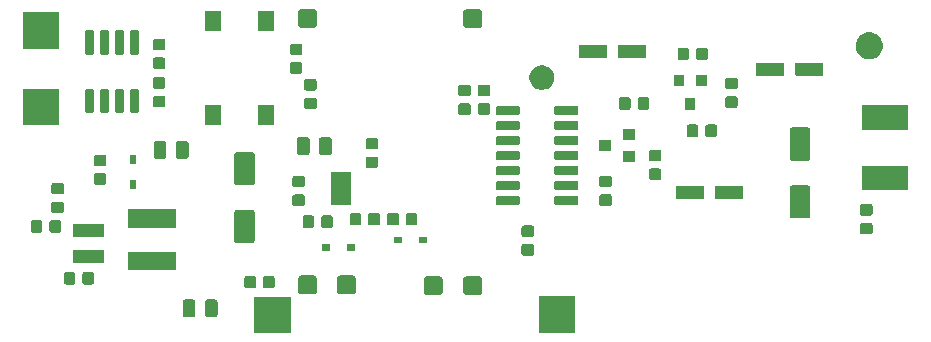
<source format=gbr>
G04 #@! TF.GenerationSoftware,KiCad,Pcbnew,(5.1.4)-1*
G04 #@! TF.CreationDate,2020-07-19T23:59:32-07:00*
G04 #@! TF.ProjectId,Main Board,4d61696e-2042-46f6-9172-642e6b696361,rev?*
G04 #@! TF.SameCoordinates,Original*
G04 #@! TF.FileFunction,Soldermask,Top*
G04 #@! TF.FilePolarity,Negative*
%FSLAX46Y46*%
G04 Gerber Fmt 4.6, Leading zero omitted, Abs format (unit mm)*
G04 Created by KiCad (PCBNEW (5.1.4)-1) date 2020-07-19 23:59:32*
%MOMM*%
%LPD*%
G04 APERTURE LIST*
%ADD10C,0.100000*%
G04 APERTURE END LIST*
D10*
G36*
X132711000Y-112031000D02*
G01*
X129609000Y-112031000D01*
X129609000Y-108929000D01*
X132711000Y-108929000D01*
X132711000Y-112031000D01*
X132711000Y-112031000D01*
G37*
G36*
X156811000Y-112011000D02*
G01*
X153709000Y-112011000D01*
X153709000Y-108909000D01*
X156811000Y-108909000D01*
X156811000Y-112011000D01*
X156811000Y-112011000D01*
G37*
G36*
X124486968Y-109173565D02*
G01*
X124525638Y-109185296D01*
X124561277Y-109204346D01*
X124592517Y-109229983D01*
X124618154Y-109261223D01*
X124637204Y-109296862D01*
X124648935Y-109335532D01*
X124653500Y-109381888D01*
X124653500Y-110458112D01*
X124648935Y-110504468D01*
X124637204Y-110543138D01*
X124618154Y-110578777D01*
X124592517Y-110610017D01*
X124561277Y-110635654D01*
X124525638Y-110654704D01*
X124486968Y-110666435D01*
X124440612Y-110671000D01*
X123789388Y-110671000D01*
X123743032Y-110666435D01*
X123704362Y-110654704D01*
X123668723Y-110635654D01*
X123637483Y-110610017D01*
X123611846Y-110578777D01*
X123592796Y-110543138D01*
X123581065Y-110504468D01*
X123576500Y-110458112D01*
X123576500Y-109381888D01*
X123581065Y-109335532D01*
X123592796Y-109296862D01*
X123611846Y-109261223D01*
X123637483Y-109229983D01*
X123668723Y-109204346D01*
X123704362Y-109185296D01*
X123743032Y-109173565D01*
X123789388Y-109169000D01*
X124440612Y-109169000D01*
X124486968Y-109173565D01*
X124486968Y-109173565D01*
G37*
G36*
X126361968Y-109173565D02*
G01*
X126400638Y-109185296D01*
X126436277Y-109204346D01*
X126467517Y-109229983D01*
X126493154Y-109261223D01*
X126512204Y-109296862D01*
X126523935Y-109335532D01*
X126528500Y-109381888D01*
X126528500Y-110458112D01*
X126523935Y-110504468D01*
X126512204Y-110543138D01*
X126493154Y-110578777D01*
X126467517Y-110610017D01*
X126436277Y-110635654D01*
X126400638Y-110654704D01*
X126361968Y-110666435D01*
X126315612Y-110671000D01*
X125664388Y-110671000D01*
X125618032Y-110666435D01*
X125579362Y-110654704D01*
X125543723Y-110635654D01*
X125512483Y-110610017D01*
X125486846Y-110578777D01*
X125467796Y-110543138D01*
X125456065Y-110504468D01*
X125451500Y-110458112D01*
X125451500Y-109381888D01*
X125456065Y-109335532D01*
X125467796Y-109296862D01*
X125486846Y-109261223D01*
X125512483Y-109229983D01*
X125543723Y-109204346D01*
X125579362Y-109185296D01*
X125618032Y-109173565D01*
X125664388Y-109169000D01*
X126315612Y-109169000D01*
X126361968Y-109173565D01*
X126361968Y-109173565D01*
G37*
G36*
X148675993Y-107174203D02*
G01*
X148740411Y-107193744D01*
X148799781Y-107225478D01*
X148851817Y-107268183D01*
X148894522Y-107320219D01*
X148926256Y-107379589D01*
X148945797Y-107444007D01*
X148953000Y-107517140D01*
X148953000Y-108442860D01*
X148945797Y-108515993D01*
X148926256Y-108580411D01*
X148894522Y-108639781D01*
X148851817Y-108691817D01*
X148799781Y-108734522D01*
X148740411Y-108766256D01*
X148675993Y-108785797D01*
X148602860Y-108793000D01*
X147677140Y-108793000D01*
X147604007Y-108785797D01*
X147539589Y-108766256D01*
X147480219Y-108734522D01*
X147428183Y-108691817D01*
X147385478Y-108639781D01*
X147353744Y-108580411D01*
X147334203Y-108515993D01*
X147327000Y-108442860D01*
X147327000Y-107517140D01*
X147334203Y-107444007D01*
X147353744Y-107379589D01*
X147385478Y-107320219D01*
X147428183Y-107268183D01*
X147480219Y-107225478D01*
X147539589Y-107193744D01*
X147604007Y-107174203D01*
X147677140Y-107167000D01*
X148602860Y-107167000D01*
X148675993Y-107174203D01*
X148675993Y-107174203D01*
G37*
G36*
X145325993Y-107174203D02*
G01*
X145390411Y-107193744D01*
X145449781Y-107225478D01*
X145501817Y-107268183D01*
X145544522Y-107320219D01*
X145576256Y-107379589D01*
X145595797Y-107444007D01*
X145603000Y-107517140D01*
X145603000Y-108442860D01*
X145595797Y-108515993D01*
X145576256Y-108580411D01*
X145544522Y-108639781D01*
X145501817Y-108691817D01*
X145449781Y-108734522D01*
X145390411Y-108766256D01*
X145325993Y-108785797D01*
X145252860Y-108793000D01*
X144327140Y-108793000D01*
X144254007Y-108785797D01*
X144189589Y-108766256D01*
X144130219Y-108734522D01*
X144078183Y-108691817D01*
X144035478Y-108639781D01*
X144003744Y-108580411D01*
X143984203Y-108515993D01*
X143977000Y-108442860D01*
X143977000Y-107517140D01*
X143984203Y-107444007D01*
X144003744Y-107379589D01*
X144035478Y-107320219D01*
X144078183Y-107268183D01*
X144130219Y-107225478D01*
X144189589Y-107193744D01*
X144254007Y-107174203D01*
X144327140Y-107167000D01*
X145252860Y-107167000D01*
X145325993Y-107174203D01*
X145325993Y-107174203D01*
G37*
G36*
X134675993Y-107124203D02*
G01*
X134740411Y-107143744D01*
X134799781Y-107175478D01*
X134851817Y-107218183D01*
X134894522Y-107270219D01*
X134926256Y-107329589D01*
X134945797Y-107394007D01*
X134953000Y-107467140D01*
X134953000Y-108392860D01*
X134945797Y-108465993D01*
X134926256Y-108530411D01*
X134894522Y-108589781D01*
X134851817Y-108641817D01*
X134799781Y-108684522D01*
X134740411Y-108716256D01*
X134675993Y-108735797D01*
X134602860Y-108743000D01*
X133677140Y-108743000D01*
X133604007Y-108735797D01*
X133539589Y-108716256D01*
X133480219Y-108684522D01*
X133428183Y-108641817D01*
X133385478Y-108589781D01*
X133353744Y-108530411D01*
X133334203Y-108465993D01*
X133327000Y-108392860D01*
X133327000Y-107467140D01*
X133334203Y-107394007D01*
X133353744Y-107329589D01*
X133385478Y-107270219D01*
X133428183Y-107218183D01*
X133480219Y-107175478D01*
X133539589Y-107143744D01*
X133604007Y-107124203D01*
X133677140Y-107117000D01*
X134602860Y-107117000D01*
X134675993Y-107124203D01*
X134675993Y-107124203D01*
G37*
G36*
X137975993Y-107124203D02*
G01*
X138040411Y-107143744D01*
X138099781Y-107175478D01*
X138151817Y-107218183D01*
X138194522Y-107270219D01*
X138226256Y-107329589D01*
X138245797Y-107394007D01*
X138253000Y-107467140D01*
X138253000Y-108392860D01*
X138245797Y-108465993D01*
X138226256Y-108530411D01*
X138194522Y-108589781D01*
X138151817Y-108641817D01*
X138099781Y-108684522D01*
X138040411Y-108716256D01*
X137975993Y-108735797D01*
X137902860Y-108743000D01*
X136977140Y-108743000D01*
X136904007Y-108735797D01*
X136839589Y-108716256D01*
X136780219Y-108684522D01*
X136728183Y-108641817D01*
X136685478Y-108589781D01*
X136653744Y-108530411D01*
X136634203Y-108465993D01*
X136627000Y-108392860D01*
X136627000Y-107467140D01*
X136634203Y-107394007D01*
X136653744Y-107329589D01*
X136685478Y-107270219D01*
X136728183Y-107218183D01*
X136780219Y-107175478D01*
X136839589Y-107143744D01*
X136904007Y-107124203D01*
X136977140Y-107117000D01*
X137902860Y-107117000D01*
X137975993Y-107124203D01*
X137975993Y-107124203D01*
G37*
G36*
X129637091Y-107168085D02*
G01*
X129671069Y-107178393D01*
X129702390Y-107195134D01*
X129729839Y-107217661D01*
X129752366Y-107245110D01*
X129769107Y-107276431D01*
X129779415Y-107310409D01*
X129783500Y-107351890D01*
X129783500Y-108028110D01*
X129779415Y-108069591D01*
X129769107Y-108103569D01*
X129752366Y-108134890D01*
X129729839Y-108162339D01*
X129702390Y-108184866D01*
X129671069Y-108201607D01*
X129637091Y-108211915D01*
X129595610Y-108216000D01*
X128994390Y-108216000D01*
X128952909Y-108211915D01*
X128918931Y-108201607D01*
X128887610Y-108184866D01*
X128860161Y-108162339D01*
X128837634Y-108134890D01*
X128820893Y-108103569D01*
X128810585Y-108069591D01*
X128806500Y-108028110D01*
X128806500Y-107351890D01*
X128810585Y-107310409D01*
X128820893Y-107276431D01*
X128837634Y-107245110D01*
X128860161Y-107217661D01*
X128887610Y-107195134D01*
X128918931Y-107178393D01*
X128952909Y-107168085D01*
X128994390Y-107164000D01*
X129595610Y-107164000D01*
X129637091Y-107168085D01*
X129637091Y-107168085D01*
G37*
G36*
X131212091Y-107168085D02*
G01*
X131246069Y-107178393D01*
X131277390Y-107195134D01*
X131304839Y-107217661D01*
X131327366Y-107245110D01*
X131344107Y-107276431D01*
X131354415Y-107310409D01*
X131358500Y-107351890D01*
X131358500Y-108028110D01*
X131354415Y-108069591D01*
X131344107Y-108103569D01*
X131327366Y-108134890D01*
X131304839Y-108162339D01*
X131277390Y-108184866D01*
X131246069Y-108201607D01*
X131212091Y-108211915D01*
X131170610Y-108216000D01*
X130569390Y-108216000D01*
X130527909Y-108211915D01*
X130493931Y-108201607D01*
X130462610Y-108184866D01*
X130435161Y-108162339D01*
X130412634Y-108134890D01*
X130395893Y-108103569D01*
X130385585Y-108069591D01*
X130381500Y-108028110D01*
X130381500Y-107351890D01*
X130385585Y-107310409D01*
X130395893Y-107276431D01*
X130412634Y-107245110D01*
X130435161Y-107217661D01*
X130462610Y-107195134D01*
X130493931Y-107178393D01*
X130527909Y-107168085D01*
X130569390Y-107164000D01*
X131170610Y-107164000D01*
X131212091Y-107168085D01*
X131212091Y-107168085D01*
G37*
G36*
X114344591Y-106858085D02*
G01*
X114378569Y-106868393D01*
X114409890Y-106885134D01*
X114437339Y-106907661D01*
X114459866Y-106935110D01*
X114476607Y-106966431D01*
X114486915Y-107000409D01*
X114491000Y-107041890D01*
X114491000Y-107718110D01*
X114486915Y-107759591D01*
X114476607Y-107793569D01*
X114459866Y-107824890D01*
X114437339Y-107852339D01*
X114409890Y-107874866D01*
X114378569Y-107891607D01*
X114344591Y-107901915D01*
X114303110Y-107906000D01*
X113701890Y-107906000D01*
X113660409Y-107901915D01*
X113626431Y-107891607D01*
X113595110Y-107874866D01*
X113567661Y-107852339D01*
X113545134Y-107824890D01*
X113528393Y-107793569D01*
X113518085Y-107759591D01*
X113514000Y-107718110D01*
X113514000Y-107041890D01*
X113518085Y-107000409D01*
X113528393Y-106966431D01*
X113545134Y-106935110D01*
X113567661Y-106907661D01*
X113595110Y-106885134D01*
X113626431Y-106868393D01*
X113660409Y-106858085D01*
X113701890Y-106854000D01*
X114303110Y-106854000D01*
X114344591Y-106858085D01*
X114344591Y-106858085D01*
G37*
G36*
X115919591Y-106858085D02*
G01*
X115953569Y-106868393D01*
X115984890Y-106885134D01*
X116012339Y-106907661D01*
X116034866Y-106935110D01*
X116051607Y-106966431D01*
X116061915Y-107000409D01*
X116066000Y-107041890D01*
X116066000Y-107718110D01*
X116061915Y-107759591D01*
X116051607Y-107793569D01*
X116034866Y-107824890D01*
X116012339Y-107852339D01*
X115984890Y-107874866D01*
X115953569Y-107891607D01*
X115919591Y-107901915D01*
X115878110Y-107906000D01*
X115276890Y-107906000D01*
X115235409Y-107901915D01*
X115201431Y-107891607D01*
X115170110Y-107874866D01*
X115142661Y-107852339D01*
X115120134Y-107824890D01*
X115103393Y-107793569D01*
X115093085Y-107759591D01*
X115089000Y-107718110D01*
X115089000Y-107041890D01*
X115093085Y-107000409D01*
X115103393Y-106966431D01*
X115120134Y-106935110D01*
X115142661Y-106907661D01*
X115170110Y-106885134D01*
X115201431Y-106868393D01*
X115235409Y-106858085D01*
X115276890Y-106854000D01*
X115878110Y-106854000D01*
X115919591Y-106858085D01*
X115919591Y-106858085D01*
G37*
G36*
X123031000Y-106711000D02*
G01*
X118929000Y-106711000D01*
X118929000Y-105109000D01*
X123031000Y-105109000D01*
X123031000Y-106711000D01*
X123031000Y-106711000D01*
G37*
G36*
X116916000Y-106111000D02*
G01*
X114264000Y-106111000D01*
X114264000Y-104949000D01*
X116916000Y-104949000D01*
X116916000Y-106111000D01*
X116916000Y-106111000D01*
G37*
G36*
X153169591Y-104483085D02*
G01*
X153203569Y-104493393D01*
X153234890Y-104510134D01*
X153262339Y-104532661D01*
X153284866Y-104560110D01*
X153301607Y-104591431D01*
X153311915Y-104625409D01*
X153316000Y-104666890D01*
X153316000Y-105268110D01*
X153311915Y-105309591D01*
X153301607Y-105343569D01*
X153284866Y-105374890D01*
X153262339Y-105402339D01*
X153234890Y-105424866D01*
X153203569Y-105441607D01*
X153169591Y-105451915D01*
X153128110Y-105456000D01*
X152451890Y-105456000D01*
X152410409Y-105451915D01*
X152376431Y-105441607D01*
X152345110Y-105424866D01*
X152317661Y-105402339D01*
X152295134Y-105374890D01*
X152278393Y-105343569D01*
X152268085Y-105309591D01*
X152264000Y-105268110D01*
X152264000Y-104666890D01*
X152268085Y-104625409D01*
X152278393Y-104591431D01*
X152295134Y-104560110D01*
X152317661Y-104532661D01*
X152345110Y-104510134D01*
X152376431Y-104493393D01*
X152410409Y-104483085D01*
X152451890Y-104479000D01*
X153128110Y-104479000D01*
X153169591Y-104483085D01*
X153169591Y-104483085D01*
G37*
G36*
X136091000Y-105056000D02*
G01*
X135389000Y-105056000D01*
X135389000Y-104504000D01*
X136091000Y-104504000D01*
X136091000Y-105056000D01*
X136091000Y-105056000D01*
G37*
G36*
X138191000Y-105056000D02*
G01*
X137489000Y-105056000D01*
X137489000Y-104504000D01*
X138191000Y-104504000D01*
X138191000Y-105056000D01*
X138191000Y-105056000D01*
G37*
G36*
X144281000Y-104416000D02*
G01*
X143579000Y-104416000D01*
X143579000Y-103864000D01*
X144281000Y-103864000D01*
X144281000Y-104416000D01*
X144281000Y-104416000D01*
G37*
G36*
X142181000Y-104416000D02*
G01*
X141479000Y-104416000D01*
X141479000Y-103864000D01*
X142181000Y-103864000D01*
X142181000Y-104416000D01*
X142181000Y-104416000D01*
G37*
G36*
X129516392Y-101603042D02*
G01*
X129549951Y-101613223D01*
X129580884Y-101629757D01*
X129607995Y-101652005D01*
X129630243Y-101679116D01*
X129646777Y-101710049D01*
X129656958Y-101743608D01*
X129661000Y-101784652D01*
X129661000Y-104215348D01*
X129656958Y-104256392D01*
X129646777Y-104289951D01*
X129630243Y-104320884D01*
X129607995Y-104347995D01*
X129580884Y-104370243D01*
X129549951Y-104386777D01*
X129516392Y-104396958D01*
X129475348Y-104401000D01*
X128144652Y-104401000D01*
X128103608Y-104396958D01*
X128070049Y-104386777D01*
X128039116Y-104370243D01*
X128012005Y-104347995D01*
X127989757Y-104320884D01*
X127973223Y-104289951D01*
X127963042Y-104256392D01*
X127959000Y-104215348D01*
X127959000Y-101784652D01*
X127963042Y-101743608D01*
X127973223Y-101710049D01*
X127989757Y-101679116D01*
X128012005Y-101652005D01*
X128039116Y-101629757D01*
X128070049Y-101613223D01*
X128103608Y-101603042D01*
X128144652Y-101599000D01*
X129475348Y-101599000D01*
X129516392Y-101603042D01*
X129516392Y-101603042D01*
G37*
G36*
X116916000Y-103911000D02*
G01*
X114264000Y-103911000D01*
X114264000Y-102749000D01*
X116916000Y-102749000D01*
X116916000Y-103911000D01*
X116916000Y-103911000D01*
G37*
G36*
X153169591Y-102908085D02*
G01*
X153203569Y-102918393D01*
X153234890Y-102935134D01*
X153262339Y-102957661D01*
X153284866Y-102985110D01*
X153301607Y-103016431D01*
X153311915Y-103050409D01*
X153316000Y-103091890D01*
X153316000Y-103693110D01*
X153311915Y-103734591D01*
X153301607Y-103768569D01*
X153284866Y-103799890D01*
X153262339Y-103827339D01*
X153234890Y-103849866D01*
X153203569Y-103866607D01*
X153169591Y-103876915D01*
X153128110Y-103881000D01*
X152451890Y-103881000D01*
X152410409Y-103876915D01*
X152376431Y-103866607D01*
X152345110Y-103849866D01*
X152317661Y-103827339D01*
X152295134Y-103799890D01*
X152278393Y-103768569D01*
X152268085Y-103734591D01*
X152264000Y-103693110D01*
X152264000Y-103091890D01*
X152268085Y-103050409D01*
X152278393Y-103016431D01*
X152295134Y-102985110D01*
X152317661Y-102957661D01*
X152345110Y-102935134D01*
X152376431Y-102918393D01*
X152410409Y-102908085D01*
X152451890Y-102904000D01*
X153128110Y-102904000D01*
X153169591Y-102908085D01*
X153169591Y-102908085D01*
G37*
G36*
X181839591Y-102675585D02*
G01*
X181873569Y-102685893D01*
X181904890Y-102702634D01*
X181932339Y-102725161D01*
X181954866Y-102752610D01*
X181971607Y-102783931D01*
X181981915Y-102817909D01*
X181986000Y-102859390D01*
X181986000Y-103460610D01*
X181981915Y-103502091D01*
X181971607Y-103536069D01*
X181954866Y-103567390D01*
X181932339Y-103594839D01*
X181904890Y-103617366D01*
X181873569Y-103634107D01*
X181839591Y-103644415D01*
X181798110Y-103648500D01*
X181121890Y-103648500D01*
X181080409Y-103644415D01*
X181046431Y-103634107D01*
X181015110Y-103617366D01*
X180987661Y-103594839D01*
X180965134Y-103567390D01*
X180948393Y-103536069D01*
X180938085Y-103502091D01*
X180934000Y-103460610D01*
X180934000Y-102859390D01*
X180938085Y-102817909D01*
X180948393Y-102783931D01*
X180965134Y-102752610D01*
X180987661Y-102725161D01*
X181015110Y-102702634D01*
X181046431Y-102685893D01*
X181080409Y-102675585D01*
X181121890Y-102671500D01*
X181798110Y-102671500D01*
X181839591Y-102675585D01*
X181839591Y-102675585D01*
G37*
G36*
X113119591Y-102458085D02*
G01*
X113153569Y-102468393D01*
X113184890Y-102485134D01*
X113212339Y-102507661D01*
X113234866Y-102535110D01*
X113251607Y-102566431D01*
X113261915Y-102600409D01*
X113266000Y-102641890D01*
X113266000Y-103318110D01*
X113261915Y-103359591D01*
X113251607Y-103393569D01*
X113234866Y-103424890D01*
X113212339Y-103452339D01*
X113184890Y-103474866D01*
X113153569Y-103491607D01*
X113119591Y-103501915D01*
X113078110Y-103506000D01*
X112476890Y-103506000D01*
X112435409Y-103501915D01*
X112401431Y-103491607D01*
X112370110Y-103474866D01*
X112342661Y-103452339D01*
X112320134Y-103424890D01*
X112303393Y-103393569D01*
X112293085Y-103359591D01*
X112289000Y-103318110D01*
X112289000Y-102641890D01*
X112293085Y-102600409D01*
X112303393Y-102566431D01*
X112320134Y-102535110D01*
X112342661Y-102507661D01*
X112370110Y-102485134D01*
X112401431Y-102468393D01*
X112435409Y-102458085D01*
X112476890Y-102454000D01*
X113078110Y-102454000D01*
X113119591Y-102458085D01*
X113119591Y-102458085D01*
G37*
G36*
X111544591Y-102458085D02*
G01*
X111578569Y-102468393D01*
X111609890Y-102485134D01*
X111637339Y-102507661D01*
X111659866Y-102535110D01*
X111676607Y-102566431D01*
X111686915Y-102600409D01*
X111691000Y-102641890D01*
X111691000Y-103318110D01*
X111686915Y-103359591D01*
X111676607Y-103393569D01*
X111659866Y-103424890D01*
X111637339Y-103452339D01*
X111609890Y-103474866D01*
X111578569Y-103491607D01*
X111544591Y-103501915D01*
X111503110Y-103506000D01*
X110901890Y-103506000D01*
X110860409Y-103501915D01*
X110826431Y-103491607D01*
X110795110Y-103474866D01*
X110767661Y-103452339D01*
X110745134Y-103424890D01*
X110728393Y-103393569D01*
X110718085Y-103359591D01*
X110714000Y-103318110D01*
X110714000Y-102641890D01*
X110718085Y-102600409D01*
X110728393Y-102566431D01*
X110745134Y-102535110D01*
X110767661Y-102507661D01*
X110795110Y-102485134D01*
X110826431Y-102468393D01*
X110860409Y-102458085D01*
X110901890Y-102454000D01*
X111503110Y-102454000D01*
X111544591Y-102458085D01*
X111544591Y-102458085D01*
G37*
G36*
X134557091Y-102058085D02*
G01*
X134591069Y-102068393D01*
X134622390Y-102085134D01*
X134649839Y-102107661D01*
X134672366Y-102135110D01*
X134689107Y-102166431D01*
X134699415Y-102200409D01*
X134703500Y-102241890D01*
X134703500Y-102918110D01*
X134699415Y-102959591D01*
X134689107Y-102993569D01*
X134672366Y-103024890D01*
X134649839Y-103052339D01*
X134622390Y-103074866D01*
X134591069Y-103091607D01*
X134557091Y-103101915D01*
X134515610Y-103106000D01*
X133914390Y-103106000D01*
X133872909Y-103101915D01*
X133838931Y-103091607D01*
X133807610Y-103074866D01*
X133780161Y-103052339D01*
X133757634Y-103024890D01*
X133740893Y-102993569D01*
X133730585Y-102959591D01*
X133726500Y-102918110D01*
X133726500Y-102241890D01*
X133730585Y-102200409D01*
X133740893Y-102166431D01*
X133757634Y-102135110D01*
X133780161Y-102107661D01*
X133807610Y-102085134D01*
X133838931Y-102068393D01*
X133872909Y-102058085D01*
X133914390Y-102054000D01*
X134515610Y-102054000D01*
X134557091Y-102058085D01*
X134557091Y-102058085D01*
G37*
G36*
X136132091Y-102058085D02*
G01*
X136166069Y-102068393D01*
X136197390Y-102085134D01*
X136224839Y-102107661D01*
X136247366Y-102135110D01*
X136264107Y-102166431D01*
X136274415Y-102200409D01*
X136278500Y-102241890D01*
X136278500Y-102918110D01*
X136274415Y-102959591D01*
X136264107Y-102993569D01*
X136247366Y-103024890D01*
X136224839Y-103052339D01*
X136197390Y-103074866D01*
X136166069Y-103091607D01*
X136132091Y-103101915D01*
X136090610Y-103106000D01*
X135489390Y-103106000D01*
X135447909Y-103101915D01*
X135413931Y-103091607D01*
X135382610Y-103074866D01*
X135355161Y-103052339D01*
X135332634Y-103024890D01*
X135315893Y-102993569D01*
X135305585Y-102959591D01*
X135301500Y-102918110D01*
X135301500Y-102241890D01*
X135305585Y-102200409D01*
X135315893Y-102166431D01*
X135332634Y-102135110D01*
X135355161Y-102107661D01*
X135382610Y-102085134D01*
X135413931Y-102068393D01*
X135447909Y-102058085D01*
X135489390Y-102054000D01*
X136090610Y-102054000D01*
X136132091Y-102058085D01*
X136132091Y-102058085D01*
G37*
G36*
X123041000Y-103106000D02*
G01*
X118939000Y-103106000D01*
X118939000Y-101504000D01*
X123041000Y-101504000D01*
X123041000Y-103106000D01*
X123041000Y-103106000D01*
G37*
G36*
X140119591Y-101858085D02*
G01*
X140153569Y-101868393D01*
X140184890Y-101885134D01*
X140212339Y-101907661D01*
X140234866Y-101935110D01*
X140251607Y-101966431D01*
X140261915Y-102000409D01*
X140266000Y-102041890D01*
X140266000Y-102718110D01*
X140261915Y-102759591D01*
X140251607Y-102793569D01*
X140234866Y-102824890D01*
X140212339Y-102852339D01*
X140184890Y-102874866D01*
X140153569Y-102891607D01*
X140119591Y-102901915D01*
X140078110Y-102906000D01*
X139476890Y-102906000D01*
X139435409Y-102901915D01*
X139401431Y-102891607D01*
X139370110Y-102874866D01*
X139342661Y-102852339D01*
X139320134Y-102824890D01*
X139303393Y-102793569D01*
X139293085Y-102759591D01*
X139289000Y-102718110D01*
X139289000Y-102041890D01*
X139293085Y-102000409D01*
X139303393Y-101966431D01*
X139320134Y-101935110D01*
X139342661Y-101907661D01*
X139370110Y-101885134D01*
X139401431Y-101868393D01*
X139435409Y-101858085D01*
X139476890Y-101854000D01*
X140078110Y-101854000D01*
X140119591Y-101858085D01*
X140119591Y-101858085D01*
G37*
G36*
X141732091Y-101858085D02*
G01*
X141766069Y-101868393D01*
X141797390Y-101885134D01*
X141824839Y-101907661D01*
X141847366Y-101935110D01*
X141864107Y-101966431D01*
X141874415Y-102000409D01*
X141878500Y-102041890D01*
X141878500Y-102718110D01*
X141874415Y-102759591D01*
X141864107Y-102793569D01*
X141847366Y-102824890D01*
X141824839Y-102852339D01*
X141797390Y-102874866D01*
X141766069Y-102891607D01*
X141732091Y-102901915D01*
X141690610Y-102906000D01*
X141089390Y-102906000D01*
X141047909Y-102901915D01*
X141013931Y-102891607D01*
X140982610Y-102874866D01*
X140955161Y-102852339D01*
X140932634Y-102824890D01*
X140915893Y-102793569D01*
X140905585Y-102759591D01*
X140901500Y-102718110D01*
X140901500Y-102041890D01*
X140905585Y-102000409D01*
X140915893Y-101966431D01*
X140932634Y-101935110D01*
X140955161Y-101907661D01*
X140982610Y-101885134D01*
X141013931Y-101868393D01*
X141047909Y-101858085D01*
X141089390Y-101854000D01*
X141690610Y-101854000D01*
X141732091Y-101858085D01*
X141732091Y-101858085D01*
G37*
G36*
X138544591Y-101858085D02*
G01*
X138578569Y-101868393D01*
X138609890Y-101885134D01*
X138637339Y-101907661D01*
X138659866Y-101935110D01*
X138676607Y-101966431D01*
X138686915Y-102000409D01*
X138691000Y-102041890D01*
X138691000Y-102718110D01*
X138686915Y-102759591D01*
X138676607Y-102793569D01*
X138659866Y-102824890D01*
X138637339Y-102852339D01*
X138609890Y-102874866D01*
X138578569Y-102891607D01*
X138544591Y-102901915D01*
X138503110Y-102906000D01*
X137901890Y-102906000D01*
X137860409Y-102901915D01*
X137826431Y-102891607D01*
X137795110Y-102874866D01*
X137767661Y-102852339D01*
X137745134Y-102824890D01*
X137728393Y-102793569D01*
X137718085Y-102759591D01*
X137714000Y-102718110D01*
X137714000Y-102041890D01*
X137718085Y-102000409D01*
X137728393Y-101966431D01*
X137745134Y-101935110D01*
X137767661Y-101907661D01*
X137795110Y-101885134D01*
X137826431Y-101868393D01*
X137860409Y-101858085D01*
X137901890Y-101854000D01*
X138503110Y-101854000D01*
X138544591Y-101858085D01*
X138544591Y-101858085D01*
G37*
G36*
X143307091Y-101858085D02*
G01*
X143341069Y-101868393D01*
X143372390Y-101885134D01*
X143399839Y-101907661D01*
X143422366Y-101935110D01*
X143439107Y-101966431D01*
X143449415Y-102000409D01*
X143453500Y-102041890D01*
X143453500Y-102718110D01*
X143449415Y-102759591D01*
X143439107Y-102793569D01*
X143422366Y-102824890D01*
X143399839Y-102852339D01*
X143372390Y-102874866D01*
X143341069Y-102891607D01*
X143307091Y-102901915D01*
X143265610Y-102906000D01*
X142664390Y-102906000D01*
X142622909Y-102901915D01*
X142588931Y-102891607D01*
X142557610Y-102874866D01*
X142530161Y-102852339D01*
X142507634Y-102824890D01*
X142490893Y-102793569D01*
X142480585Y-102759591D01*
X142476500Y-102718110D01*
X142476500Y-102041890D01*
X142480585Y-102000409D01*
X142490893Y-101966431D01*
X142507634Y-101935110D01*
X142530161Y-101907661D01*
X142557610Y-101885134D01*
X142588931Y-101868393D01*
X142622909Y-101858085D01*
X142664390Y-101854000D01*
X143265610Y-101854000D01*
X143307091Y-101858085D01*
X143307091Y-101858085D01*
G37*
G36*
X176546392Y-99513042D02*
G01*
X176579951Y-99523223D01*
X176610884Y-99539757D01*
X176637995Y-99562005D01*
X176660243Y-99589116D01*
X176676777Y-99620049D01*
X176686958Y-99653608D01*
X176691000Y-99694652D01*
X176691000Y-102125348D01*
X176686958Y-102166392D01*
X176676777Y-102199951D01*
X176660243Y-102230884D01*
X176637995Y-102257995D01*
X176610884Y-102280243D01*
X176579951Y-102296777D01*
X176546392Y-102306958D01*
X176505348Y-102311000D01*
X175174652Y-102311000D01*
X175133608Y-102306958D01*
X175100049Y-102296777D01*
X175069116Y-102280243D01*
X175042005Y-102257995D01*
X175019757Y-102230884D01*
X175003223Y-102199951D01*
X174993042Y-102166392D01*
X174989000Y-102125348D01*
X174989000Y-99694652D01*
X174993042Y-99653608D01*
X175003223Y-99620049D01*
X175019757Y-99589116D01*
X175042005Y-99562005D01*
X175069116Y-99539757D01*
X175100049Y-99523223D01*
X175133608Y-99513042D01*
X175174652Y-99509000D01*
X176505348Y-99509000D01*
X176546392Y-99513042D01*
X176546392Y-99513042D01*
G37*
G36*
X181839591Y-101100585D02*
G01*
X181873569Y-101110893D01*
X181904890Y-101127634D01*
X181932339Y-101150161D01*
X181954866Y-101177610D01*
X181971607Y-101208931D01*
X181981915Y-101242909D01*
X181986000Y-101284390D01*
X181986000Y-101885610D01*
X181981915Y-101927091D01*
X181971607Y-101961069D01*
X181954866Y-101992390D01*
X181932339Y-102019839D01*
X181904890Y-102042366D01*
X181873569Y-102059107D01*
X181839591Y-102069415D01*
X181798110Y-102073500D01*
X181121890Y-102073500D01*
X181080409Y-102069415D01*
X181046431Y-102059107D01*
X181015110Y-102042366D01*
X180987661Y-102019839D01*
X180965134Y-101992390D01*
X180948393Y-101961069D01*
X180938085Y-101927091D01*
X180934000Y-101885610D01*
X180934000Y-101284390D01*
X180938085Y-101242909D01*
X180948393Y-101208931D01*
X180965134Y-101177610D01*
X180987661Y-101150161D01*
X181015110Y-101127634D01*
X181046431Y-101110893D01*
X181080409Y-101100585D01*
X181121890Y-101096500D01*
X181798110Y-101096500D01*
X181839591Y-101100585D01*
X181839591Y-101100585D01*
G37*
G36*
X113369591Y-100883085D02*
G01*
X113403569Y-100893393D01*
X113434890Y-100910134D01*
X113462339Y-100932661D01*
X113484866Y-100960110D01*
X113501607Y-100991431D01*
X113511915Y-101025409D01*
X113516000Y-101066890D01*
X113516000Y-101668110D01*
X113511915Y-101709591D01*
X113501607Y-101743569D01*
X113484866Y-101774890D01*
X113462339Y-101802339D01*
X113434890Y-101824866D01*
X113403569Y-101841607D01*
X113369591Y-101851915D01*
X113328110Y-101856000D01*
X112651890Y-101856000D01*
X112610409Y-101851915D01*
X112576431Y-101841607D01*
X112545110Y-101824866D01*
X112517661Y-101802339D01*
X112495134Y-101774890D01*
X112478393Y-101743569D01*
X112468085Y-101709591D01*
X112464000Y-101668110D01*
X112464000Y-101066890D01*
X112468085Y-101025409D01*
X112478393Y-100991431D01*
X112495134Y-100960110D01*
X112517661Y-100932661D01*
X112545110Y-100910134D01*
X112576431Y-100893393D01*
X112610409Y-100883085D01*
X112651890Y-100879000D01*
X113328110Y-100879000D01*
X113369591Y-100883085D01*
X113369591Y-100883085D01*
G37*
G36*
X133769591Y-100283085D02*
G01*
X133803569Y-100293393D01*
X133834890Y-100310134D01*
X133862339Y-100332661D01*
X133884866Y-100360110D01*
X133901607Y-100391431D01*
X133911915Y-100425409D01*
X133916000Y-100466890D01*
X133916000Y-101068110D01*
X133911915Y-101109591D01*
X133901607Y-101143569D01*
X133884866Y-101174890D01*
X133862339Y-101202339D01*
X133834890Y-101224866D01*
X133803569Y-101241607D01*
X133769591Y-101251915D01*
X133728110Y-101256000D01*
X133051890Y-101256000D01*
X133010409Y-101251915D01*
X132976431Y-101241607D01*
X132945110Y-101224866D01*
X132917661Y-101202339D01*
X132895134Y-101174890D01*
X132878393Y-101143569D01*
X132868085Y-101109591D01*
X132864000Y-101068110D01*
X132864000Y-100466890D01*
X132868085Y-100425409D01*
X132878393Y-100391431D01*
X132895134Y-100360110D01*
X132917661Y-100332661D01*
X132945110Y-100310134D01*
X132976431Y-100293393D01*
X133010409Y-100283085D01*
X133051890Y-100279000D01*
X133728110Y-100279000D01*
X133769591Y-100283085D01*
X133769591Y-100283085D01*
G37*
G36*
X159769591Y-100270585D02*
G01*
X159803569Y-100280893D01*
X159834890Y-100297634D01*
X159862339Y-100320161D01*
X159884866Y-100347610D01*
X159901607Y-100378931D01*
X159911915Y-100412909D01*
X159916000Y-100454390D01*
X159916000Y-101055610D01*
X159911915Y-101097091D01*
X159901607Y-101131069D01*
X159884866Y-101162390D01*
X159862339Y-101189839D01*
X159834890Y-101212366D01*
X159803569Y-101229107D01*
X159769591Y-101239415D01*
X159728110Y-101243500D01*
X159051890Y-101243500D01*
X159010409Y-101239415D01*
X158976431Y-101229107D01*
X158945110Y-101212366D01*
X158917661Y-101189839D01*
X158895134Y-101162390D01*
X158878393Y-101131069D01*
X158868085Y-101097091D01*
X158864000Y-101055610D01*
X158864000Y-100454390D01*
X158868085Y-100412909D01*
X158878393Y-100378931D01*
X158895134Y-100347610D01*
X158917661Y-100320161D01*
X158945110Y-100297634D01*
X158976431Y-100280893D01*
X159010409Y-100270585D01*
X159051890Y-100266500D01*
X159728110Y-100266500D01*
X159769591Y-100270585D01*
X159769591Y-100270585D01*
G37*
G36*
X137851000Y-99207257D02*
G01*
X137850515Y-99208164D01*
X137843402Y-99231613D01*
X137841000Y-99255999D01*
X137841000Y-100304001D01*
X137843402Y-100328387D01*
X137850515Y-100351836D01*
X137851000Y-100352743D01*
X137851000Y-101191000D01*
X136129000Y-101191000D01*
X136129000Y-100352743D01*
X136129485Y-100351836D01*
X136136598Y-100328387D01*
X136139000Y-100304001D01*
X136139000Y-99255999D01*
X136136598Y-99231613D01*
X136129485Y-99208164D01*
X136129000Y-99207257D01*
X136129000Y-98369000D01*
X137851000Y-98369000D01*
X137851000Y-99207257D01*
X137851000Y-99207257D01*
G37*
G36*
X156999928Y-100441764D02*
G01*
X157021009Y-100448160D01*
X157040445Y-100458548D01*
X157057476Y-100472524D01*
X157071452Y-100489555D01*
X157081840Y-100508991D01*
X157088236Y-100530072D01*
X157091000Y-100558140D01*
X157091000Y-101021860D01*
X157088236Y-101049928D01*
X157081840Y-101071009D01*
X157071452Y-101090445D01*
X157057476Y-101107476D01*
X157040445Y-101121452D01*
X157021009Y-101131840D01*
X156999928Y-101138236D01*
X156971860Y-101141000D01*
X155158140Y-101141000D01*
X155130072Y-101138236D01*
X155108991Y-101131840D01*
X155089555Y-101121452D01*
X155072524Y-101107476D01*
X155058548Y-101090445D01*
X155048160Y-101071009D01*
X155041764Y-101049928D01*
X155039000Y-101021860D01*
X155039000Y-100558140D01*
X155041764Y-100530072D01*
X155048160Y-100508991D01*
X155058548Y-100489555D01*
X155072524Y-100472524D01*
X155089555Y-100458548D01*
X155108991Y-100448160D01*
X155130072Y-100441764D01*
X155158140Y-100439000D01*
X156971860Y-100439000D01*
X156999928Y-100441764D01*
X156999928Y-100441764D01*
G37*
G36*
X152049928Y-100441764D02*
G01*
X152071009Y-100448160D01*
X152090445Y-100458548D01*
X152107476Y-100472524D01*
X152121452Y-100489555D01*
X152131840Y-100508991D01*
X152138236Y-100530072D01*
X152141000Y-100558140D01*
X152141000Y-101021860D01*
X152138236Y-101049928D01*
X152131840Y-101071009D01*
X152121452Y-101090445D01*
X152107476Y-101107476D01*
X152090445Y-101121452D01*
X152071009Y-101131840D01*
X152049928Y-101138236D01*
X152021860Y-101141000D01*
X150208140Y-101141000D01*
X150180072Y-101138236D01*
X150158991Y-101131840D01*
X150139555Y-101121452D01*
X150122524Y-101107476D01*
X150108548Y-101090445D01*
X150098160Y-101071009D01*
X150091764Y-101049928D01*
X150089000Y-101021860D01*
X150089000Y-100558140D01*
X150091764Y-100530072D01*
X150098160Y-100508991D01*
X150108548Y-100489555D01*
X150122524Y-100472524D01*
X150139555Y-100458548D01*
X150158991Y-100448160D01*
X150180072Y-100441764D01*
X150208140Y-100439000D01*
X152021860Y-100439000D01*
X152049928Y-100441764D01*
X152049928Y-100441764D01*
G37*
G36*
X167661727Y-99541244D02*
G01*
X167677736Y-99546100D01*
X167692483Y-99553982D01*
X167705409Y-99564591D01*
X167716018Y-99577517D01*
X167723900Y-99592264D01*
X167728756Y-99608273D01*
X167731000Y-99631053D01*
X167731000Y-100548947D01*
X167728756Y-100571727D01*
X167723900Y-100587736D01*
X167716018Y-100602483D01*
X167705409Y-100615409D01*
X167692483Y-100626018D01*
X167677736Y-100633900D01*
X167661727Y-100638756D01*
X167638947Y-100641000D01*
X165421053Y-100641000D01*
X165398273Y-100638756D01*
X165382264Y-100633900D01*
X165367517Y-100626018D01*
X165354591Y-100615409D01*
X165343982Y-100602483D01*
X165336100Y-100587736D01*
X165331244Y-100571727D01*
X165329000Y-100548947D01*
X165329000Y-99631053D01*
X165331244Y-99608273D01*
X165336100Y-99592264D01*
X165343982Y-99577517D01*
X165354591Y-99564591D01*
X165367517Y-99553982D01*
X165382264Y-99546100D01*
X165398273Y-99541244D01*
X165421053Y-99539000D01*
X167638947Y-99539000D01*
X167661727Y-99541244D01*
X167661727Y-99541244D01*
G37*
G36*
X170981727Y-99541244D02*
G01*
X170997736Y-99546100D01*
X171012483Y-99553982D01*
X171025409Y-99564591D01*
X171036018Y-99577517D01*
X171043900Y-99592264D01*
X171048756Y-99608273D01*
X171051000Y-99631053D01*
X171051000Y-100548947D01*
X171048756Y-100571727D01*
X171043900Y-100587736D01*
X171036018Y-100602483D01*
X171025409Y-100615409D01*
X171012483Y-100626018D01*
X170997736Y-100633900D01*
X170981727Y-100638756D01*
X170958947Y-100641000D01*
X168741053Y-100641000D01*
X168718273Y-100638756D01*
X168702264Y-100633900D01*
X168687517Y-100626018D01*
X168674591Y-100615409D01*
X168663982Y-100602483D01*
X168656100Y-100587736D01*
X168651244Y-100571727D01*
X168649000Y-100548947D01*
X168649000Y-99631053D01*
X168651244Y-99608273D01*
X168656100Y-99592264D01*
X168663982Y-99577517D01*
X168674591Y-99564591D01*
X168687517Y-99553982D01*
X168702264Y-99546100D01*
X168718273Y-99541244D01*
X168741053Y-99539000D01*
X170958947Y-99539000D01*
X170981727Y-99541244D01*
X170981727Y-99541244D01*
G37*
G36*
X113369591Y-99308085D02*
G01*
X113403569Y-99318393D01*
X113434890Y-99335134D01*
X113462339Y-99357661D01*
X113484866Y-99385110D01*
X113501607Y-99416431D01*
X113511915Y-99450409D01*
X113516000Y-99491890D01*
X113516000Y-100093110D01*
X113511915Y-100134591D01*
X113501607Y-100168569D01*
X113484866Y-100199890D01*
X113462339Y-100227339D01*
X113434890Y-100249866D01*
X113403569Y-100266607D01*
X113369591Y-100276915D01*
X113328110Y-100281000D01*
X112651890Y-100281000D01*
X112610409Y-100276915D01*
X112576431Y-100266607D01*
X112545110Y-100249866D01*
X112517661Y-100227339D01*
X112495134Y-100199890D01*
X112478393Y-100168569D01*
X112468085Y-100134591D01*
X112464000Y-100093110D01*
X112464000Y-99491890D01*
X112468085Y-99450409D01*
X112478393Y-99416431D01*
X112495134Y-99385110D01*
X112517661Y-99357661D01*
X112545110Y-99335134D01*
X112576431Y-99318393D01*
X112610409Y-99308085D01*
X112651890Y-99304000D01*
X113328110Y-99304000D01*
X113369591Y-99308085D01*
X113369591Y-99308085D01*
G37*
G36*
X184991000Y-99931000D02*
G01*
X181089000Y-99931000D01*
X181089000Y-97829000D01*
X184991000Y-97829000D01*
X184991000Y-99931000D01*
X184991000Y-99931000D01*
G37*
G36*
X156999928Y-99171764D02*
G01*
X157021009Y-99178160D01*
X157040445Y-99188548D01*
X157057476Y-99202524D01*
X157071452Y-99219555D01*
X157081840Y-99238991D01*
X157088236Y-99260072D01*
X157091000Y-99288140D01*
X157091000Y-99751860D01*
X157088236Y-99779928D01*
X157081840Y-99801009D01*
X157071452Y-99820445D01*
X157057476Y-99837476D01*
X157040445Y-99851452D01*
X157021009Y-99861840D01*
X156999928Y-99868236D01*
X156971860Y-99871000D01*
X155158140Y-99871000D01*
X155130072Y-99868236D01*
X155108991Y-99861840D01*
X155089555Y-99851452D01*
X155072524Y-99837476D01*
X155058548Y-99820445D01*
X155048160Y-99801009D01*
X155041764Y-99779928D01*
X155039000Y-99751860D01*
X155039000Y-99288140D01*
X155041764Y-99260072D01*
X155048160Y-99238991D01*
X155058548Y-99219555D01*
X155072524Y-99202524D01*
X155089555Y-99188548D01*
X155108991Y-99178160D01*
X155130072Y-99171764D01*
X155158140Y-99169000D01*
X156971860Y-99169000D01*
X156999928Y-99171764D01*
X156999928Y-99171764D01*
G37*
G36*
X152049928Y-99171764D02*
G01*
X152071009Y-99178160D01*
X152090445Y-99188548D01*
X152107476Y-99202524D01*
X152121452Y-99219555D01*
X152131840Y-99238991D01*
X152138236Y-99260072D01*
X152141000Y-99288140D01*
X152141000Y-99751860D01*
X152138236Y-99779928D01*
X152131840Y-99801009D01*
X152121452Y-99820445D01*
X152107476Y-99837476D01*
X152090445Y-99851452D01*
X152071009Y-99861840D01*
X152049928Y-99868236D01*
X152021860Y-99871000D01*
X150208140Y-99871000D01*
X150180072Y-99868236D01*
X150158991Y-99861840D01*
X150139555Y-99851452D01*
X150122524Y-99837476D01*
X150108548Y-99820445D01*
X150098160Y-99801009D01*
X150091764Y-99779928D01*
X150089000Y-99751860D01*
X150089000Y-99288140D01*
X150091764Y-99260072D01*
X150098160Y-99238991D01*
X150108548Y-99219555D01*
X150122524Y-99202524D01*
X150139555Y-99188548D01*
X150158991Y-99178160D01*
X150180072Y-99171764D01*
X150208140Y-99169000D01*
X152021860Y-99169000D01*
X152049928Y-99171764D01*
X152049928Y-99171764D01*
G37*
G36*
X119666000Y-99781000D02*
G01*
X119114000Y-99781000D01*
X119114000Y-99079000D01*
X119666000Y-99079000D01*
X119666000Y-99781000D01*
X119666000Y-99781000D01*
G37*
G36*
X133769591Y-98708085D02*
G01*
X133803569Y-98718393D01*
X133834890Y-98735134D01*
X133862339Y-98757661D01*
X133884866Y-98785110D01*
X133901607Y-98816431D01*
X133911915Y-98850409D01*
X133916000Y-98891890D01*
X133916000Y-99493110D01*
X133911915Y-99534591D01*
X133901607Y-99568569D01*
X133884866Y-99599890D01*
X133862339Y-99627339D01*
X133834890Y-99649866D01*
X133803569Y-99666607D01*
X133769591Y-99676915D01*
X133728110Y-99681000D01*
X133051890Y-99681000D01*
X133010409Y-99676915D01*
X132976431Y-99666607D01*
X132945110Y-99649866D01*
X132917661Y-99627339D01*
X132895134Y-99599890D01*
X132878393Y-99568569D01*
X132868085Y-99534591D01*
X132864000Y-99493110D01*
X132864000Y-98891890D01*
X132868085Y-98850409D01*
X132878393Y-98816431D01*
X132895134Y-98785110D01*
X132917661Y-98757661D01*
X132945110Y-98735134D01*
X132976431Y-98718393D01*
X133010409Y-98708085D01*
X133051890Y-98704000D01*
X133728110Y-98704000D01*
X133769591Y-98708085D01*
X133769591Y-98708085D01*
G37*
G36*
X159769591Y-98695585D02*
G01*
X159803569Y-98705893D01*
X159834890Y-98722634D01*
X159862339Y-98745161D01*
X159884866Y-98772610D01*
X159901607Y-98803931D01*
X159911915Y-98837909D01*
X159916000Y-98879390D01*
X159916000Y-99480610D01*
X159911915Y-99522091D01*
X159901607Y-99556069D01*
X159884866Y-99587390D01*
X159862339Y-99614839D01*
X159834890Y-99637366D01*
X159803569Y-99654107D01*
X159769591Y-99664415D01*
X159728110Y-99668500D01*
X159051890Y-99668500D01*
X159010409Y-99664415D01*
X158976431Y-99654107D01*
X158945110Y-99637366D01*
X158917661Y-99614839D01*
X158895134Y-99587390D01*
X158878393Y-99556069D01*
X158868085Y-99522091D01*
X158864000Y-99480610D01*
X158864000Y-98879390D01*
X158868085Y-98837909D01*
X158878393Y-98803931D01*
X158895134Y-98772610D01*
X158917661Y-98745161D01*
X158945110Y-98722634D01*
X158976431Y-98705893D01*
X159010409Y-98695585D01*
X159051890Y-98691500D01*
X159728110Y-98691500D01*
X159769591Y-98695585D01*
X159769591Y-98695585D01*
G37*
G36*
X129516392Y-96703042D02*
G01*
X129549951Y-96713223D01*
X129580884Y-96729757D01*
X129607995Y-96752005D01*
X129630243Y-96779116D01*
X129646777Y-96810049D01*
X129656958Y-96843608D01*
X129661000Y-96884652D01*
X129661000Y-99315348D01*
X129656958Y-99356392D01*
X129646777Y-99389951D01*
X129630243Y-99420884D01*
X129607995Y-99447995D01*
X129580884Y-99470243D01*
X129549951Y-99486777D01*
X129516392Y-99496958D01*
X129475348Y-99501000D01*
X128144652Y-99501000D01*
X128103608Y-99496958D01*
X128070049Y-99486777D01*
X128039116Y-99470243D01*
X128012005Y-99447995D01*
X127989757Y-99420884D01*
X127973223Y-99389951D01*
X127963042Y-99356392D01*
X127959000Y-99315348D01*
X127959000Y-96884652D01*
X127963042Y-96843608D01*
X127973223Y-96810049D01*
X127989757Y-96779116D01*
X128012005Y-96752005D01*
X128039116Y-96729757D01*
X128070049Y-96713223D01*
X128103608Y-96703042D01*
X128144652Y-96699000D01*
X129475348Y-96699000D01*
X129516392Y-96703042D01*
X129516392Y-96703042D01*
G37*
G36*
X116969591Y-98483085D02*
G01*
X117003569Y-98493393D01*
X117034890Y-98510134D01*
X117062339Y-98532661D01*
X117084866Y-98560110D01*
X117101607Y-98591431D01*
X117111915Y-98625409D01*
X117116000Y-98666890D01*
X117116000Y-99268110D01*
X117111915Y-99309591D01*
X117101607Y-99343569D01*
X117084866Y-99374890D01*
X117062339Y-99402339D01*
X117034890Y-99424866D01*
X117003569Y-99441607D01*
X116969591Y-99451915D01*
X116928110Y-99456000D01*
X116251890Y-99456000D01*
X116210409Y-99451915D01*
X116176431Y-99441607D01*
X116145110Y-99424866D01*
X116117661Y-99402339D01*
X116095134Y-99374890D01*
X116078393Y-99343569D01*
X116068085Y-99309591D01*
X116064000Y-99268110D01*
X116064000Y-98666890D01*
X116068085Y-98625409D01*
X116078393Y-98591431D01*
X116095134Y-98560110D01*
X116117661Y-98532661D01*
X116145110Y-98510134D01*
X116176431Y-98493393D01*
X116210409Y-98483085D01*
X116251890Y-98479000D01*
X116928110Y-98479000D01*
X116969591Y-98483085D01*
X116969591Y-98483085D01*
G37*
G36*
X163969591Y-98083085D02*
G01*
X164003569Y-98093393D01*
X164034890Y-98110134D01*
X164062339Y-98132661D01*
X164084866Y-98160110D01*
X164101607Y-98191431D01*
X164111915Y-98225409D01*
X164116000Y-98266890D01*
X164116000Y-98868110D01*
X164111915Y-98909591D01*
X164101607Y-98943569D01*
X164084866Y-98974890D01*
X164062339Y-99002339D01*
X164034890Y-99024866D01*
X164003569Y-99041607D01*
X163969591Y-99051915D01*
X163928110Y-99056000D01*
X163251890Y-99056000D01*
X163210409Y-99051915D01*
X163176431Y-99041607D01*
X163145110Y-99024866D01*
X163117661Y-99002339D01*
X163095134Y-98974890D01*
X163078393Y-98943569D01*
X163068085Y-98909591D01*
X163064000Y-98868110D01*
X163064000Y-98266890D01*
X163068085Y-98225409D01*
X163078393Y-98191431D01*
X163095134Y-98160110D01*
X163117661Y-98132661D01*
X163145110Y-98110134D01*
X163176431Y-98093393D01*
X163210409Y-98083085D01*
X163251890Y-98079000D01*
X163928110Y-98079000D01*
X163969591Y-98083085D01*
X163969591Y-98083085D01*
G37*
G36*
X152049928Y-97901764D02*
G01*
X152071009Y-97908160D01*
X152090445Y-97918548D01*
X152107476Y-97932524D01*
X152121452Y-97949555D01*
X152131840Y-97968991D01*
X152138236Y-97990072D01*
X152141000Y-98018140D01*
X152141000Y-98481860D01*
X152138236Y-98509928D01*
X152131840Y-98531009D01*
X152121452Y-98550445D01*
X152107476Y-98567476D01*
X152090445Y-98581452D01*
X152071009Y-98591840D01*
X152049928Y-98598236D01*
X152021860Y-98601000D01*
X150208140Y-98601000D01*
X150180072Y-98598236D01*
X150158991Y-98591840D01*
X150139555Y-98581452D01*
X150122524Y-98567476D01*
X150108548Y-98550445D01*
X150098160Y-98531009D01*
X150091764Y-98509928D01*
X150089000Y-98481860D01*
X150089000Y-98018140D01*
X150091764Y-97990072D01*
X150098160Y-97968991D01*
X150108548Y-97949555D01*
X150122524Y-97932524D01*
X150139555Y-97918548D01*
X150158991Y-97908160D01*
X150180072Y-97901764D01*
X150208140Y-97899000D01*
X152021860Y-97899000D01*
X152049928Y-97901764D01*
X152049928Y-97901764D01*
G37*
G36*
X156999928Y-97901764D02*
G01*
X157021009Y-97908160D01*
X157040445Y-97918548D01*
X157057476Y-97932524D01*
X157071452Y-97949555D01*
X157081840Y-97968991D01*
X157088236Y-97990072D01*
X157091000Y-98018140D01*
X157091000Y-98481860D01*
X157088236Y-98509928D01*
X157081840Y-98531009D01*
X157071452Y-98550445D01*
X157057476Y-98567476D01*
X157040445Y-98581452D01*
X157021009Y-98591840D01*
X156999928Y-98598236D01*
X156971860Y-98601000D01*
X155158140Y-98601000D01*
X155130072Y-98598236D01*
X155108991Y-98591840D01*
X155089555Y-98581452D01*
X155072524Y-98567476D01*
X155058548Y-98550445D01*
X155048160Y-98531009D01*
X155041764Y-98509928D01*
X155039000Y-98481860D01*
X155039000Y-98018140D01*
X155041764Y-97990072D01*
X155048160Y-97968991D01*
X155058548Y-97949555D01*
X155072524Y-97932524D01*
X155089555Y-97918548D01*
X155108991Y-97908160D01*
X155130072Y-97901764D01*
X155158140Y-97899000D01*
X156971860Y-97899000D01*
X156999928Y-97901764D01*
X156999928Y-97901764D01*
G37*
G36*
X139969591Y-97070585D02*
G01*
X140003569Y-97080893D01*
X140034890Y-97097634D01*
X140062339Y-97120161D01*
X140084866Y-97147610D01*
X140101607Y-97178931D01*
X140111915Y-97212909D01*
X140116000Y-97254390D01*
X140116000Y-97855610D01*
X140111915Y-97897091D01*
X140101607Y-97931069D01*
X140084866Y-97962390D01*
X140062339Y-97989839D01*
X140034890Y-98012366D01*
X140003569Y-98029107D01*
X139969591Y-98039415D01*
X139928110Y-98043500D01*
X139251890Y-98043500D01*
X139210409Y-98039415D01*
X139176431Y-98029107D01*
X139145110Y-98012366D01*
X139117661Y-97989839D01*
X139095134Y-97962390D01*
X139078393Y-97931069D01*
X139068085Y-97897091D01*
X139064000Y-97855610D01*
X139064000Y-97254390D01*
X139068085Y-97212909D01*
X139078393Y-97178931D01*
X139095134Y-97147610D01*
X139117661Y-97120161D01*
X139145110Y-97097634D01*
X139176431Y-97080893D01*
X139210409Y-97070585D01*
X139251890Y-97066500D01*
X139928110Y-97066500D01*
X139969591Y-97070585D01*
X139969591Y-97070585D01*
G37*
G36*
X116969591Y-96908085D02*
G01*
X117003569Y-96918393D01*
X117034890Y-96935134D01*
X117062339Y-96957661D01*
X117084866Y-96985110D01*
X117101607Y-97016431D01*
X117111915Y-97050409D01*
X117116000Y-97091890D01*
X117116000Y-97693110D01*
X117111915Y-97734591D01*
X117101607Y-97768569D01*
X117084866Y-97799890D01*
X117062339Y-97827339D01*
X117034890Y-97849866D01*
X117003569Y-97866607D01*
X116969591Y-97876915D01*
X116928110Y-97881000D01*
X116251890Y-97881000D01*
X116210409Y-97876915D01*
X116176431Y-97866607D01*
X116145110Y-97849866D01*
X116117661Y-97827339D01*
X116095134Y-97799890D01*
X116078393Y-97768569D01*
X116068085Y-97734591D01*
X116064000Y-97693110D01*
X116064000Y-97091890D01*
X116068085Y-97050409D01*
X116078393Y-97016431D01*
X116095134Y-96985110D01*
X116117661Y-96957661D01*
X116145110Y-96935134D01*
X116176431Y-96918393D01*
X116210409Y-96908085D01*
X116251890Y-96904000D01*
X116928110Y-96904000D01*
X116969591Y-96908085D01*
X116969591Y-96908085D01*
G37*
G36*
X119666000Y-97681000D02*
G01*
X119114000Y-97681000D01*
X119114000Y-96979000D01*
X119666000Y-96979000D01*
X119666000Y-97681000D01*
X119666000Y-97681000D01*
G37*
G36*
X161841000Y-97531000D02*
G01*
X160839000Y-97531000D01*
X160839000Y-96629000D01*
X161841000Y-96629000D01*
X161841000Y-97531000D01*
X161841000Y-97531000D01*
G37*
G36*
X163969591Y-96508085D02*
G01*
X164003569Y-96518393D01*
X164034890Y-96535134D01*
X164062339Y-96557661D01*
X164084866Y-96585110D01*
X164101607Y-96616431D01*
X164111915Y-96650409D01*
X164116000Y-96691890D01*
X164116000Y-97293110D01*
X164111915Y-97334591D01*
X164101607Y-97368569D01*
X164084866Y-97399890D01*
X164062339Y-97427339D01*
X164034890Y-97449866D01*
X164003569Y-97466607D01*
X163969591Y-97476915D01*
X163928110Y-97481000D01*
X163251890Y-97481000D01*
X163210409Y-97476915D01*
X163176431Y-97466607D01*
X163145110Y-97449866D01*
X163117661Y-97427339D01*
X163095134Y-97399890D01*
X163078393Y-97368569D01*
X163068085Y-97334591D01*
X163064000Y-97293110D01*
X163064000Y-96691890D01*
X163068085Y-96650409D01*
X163078393Y-96616431D01*
X163095134Y-96585110D01*
X163117661Y-96557661D01*
X163145110Y-96535134D01*
X163176431Y-96518393D01*
X163210409Y-96508085D01*
X163251890Y-96504000D01*
X163928110Y-96504000D01*
X163969591Y-96508085D01*
X163969591Y-96508085D01*
G37*
G36*
X176546392Y-94613042D02*
G01*
X176579951Y-94623223D01*
X176610884Y-94639757D01*
X176637995Y-94662005D01*
X176660243Y-94689116D01*
X176676777Y-94720049D01*
X176686958Y-94753608D01*
X176691000Y-94794652D01*
X176691000Y-97225348D01*
X176686958Y-97266392D01*
X176676777Y-97299951D01*
X176660243Y-97330884D01*
X176637995Y-97357995D01*
X176610884Y-97380243D01*
X176579951Y-97396777D01*
X176546392Y-97406958D01*
X176505348Y-97411000D01*
X175174652Y-97411000D01*
X175133608Y-97406958D01*
X175100049Y-97396777D01*
X175069116Y-97380243D01*
X175042005Y-97357995D01*
X175019757Y-97330884D01*
X175003223Y-97299951D01*
X174993042Y-97266392D01*
X174989000Y-97225348D01*
X174989000Y-94794652D01*
X174993042Y-94753608D01*
X175003223Y-94720049D01*
X175019757Y-94689116D01*
X175042005Y-94662005D01*
X175069116Y-94639757D01*
X175100049Y-94623223D01*
X175133608Y-94613042D01*
X175174652Y-94609000D01*
X176505348Y-94609000D01*
X176546392Y-94613042D01*
X176546392Y-94613042D01*
G37*
G36*
X152049928Y-96631764D02*
G01*
X152071009Y-96638160D01*
X152090445Y-96648548D01*
X152107476Y-96662524D01*
X152121452Y-96679555D01*
X152131840Y-96698991D01*
X152138236Y-96720072D01*
X152141000Y-96748140D01*
X152141000Y-97211860D01*
X152138236Y-97239928D01*
X152131840Y-97261009D01*
X152121452Y-97280445D01*
X152107476Y-97297476D01*
X152090445Y-97311452D01*
X152071009Y-97321840D01*
X152049928Y-97328236D01*
X152021860Y-97331000D01*
X150208140Y-97331000D01*
X150180072Y-97328236D01*
X150158991Y-97321840D01*
X150139555Y-97311452D01*
X150122524Y-97297476D01*
X150108548Y-97280445D01*
X150098160Y-97261009D01*
X150091764Y-97239928D01*
X150089000Y-97211860D01*
X150089000Y-96748140D01*
X150091764Y-96720072D01*
X150098160Y-96698991D01*
X150108548Y-96679555D01*
X150122524Y-96662524D01*
X150139555Y-96648548D01*
X150158991Y-96638160D01*
X150180072Y-96631764D01*
X150208140Y-96629000D01*
X152021860Y-96629000D01*
X152049928Y-96631764D01*
X152049928Y-96631764D01*
G37*
G36*
X156999928Y-96631764D02*
G01*
X157021009Y-96638160D01*
X157040445Y-96648548D01*
X157057476Y-96662524D01*
X157071452Y-96679555D01*
X157081840Y-96698991D01*
X157088236Y-96720072D01*
X157091000Y-96748140D01*
X157091000Y-97211860D01*
X157088236Y-97239928D01*
X157081840Y-97261009D01*
X157071452Y-97280445D01*
X157057476Y-97297476D01*
X157040445Y-97311452D01*
X157021009Y-97321840D01*
X156999928Y-97328236D01*
X156971860Y-97331000D01*
X155158140Y-97331000D01*
X155130072Y-97328236D01*
X155108991Y-97321840D01*
X155089555Y-97311452D01*
X155072524Y-97297476D01*
X155058548Y-97280445D01*
X155048160Y-97261009D01*
X155041764Y-97239928D01*
X155039000Y-97211860D01*
X155039000Y-96748140D01*
X155041764Y-96720072D01*
X155048160Y-96698991D01*
X155058548Y-96679555D01*
X155072524Y-96662524D01*
X155089555Y-96648548D01*
X155108991Y-96638160D01*
X155130072Y-96631764D01*
X155158140Y-96629000D01*
X156971860Y-96629000D01*
X156999928Y-96631764D01*
X156999928Y-96631764D01*
G37*
G36*
X122036968Y-95743565D02*
G01*
X122075638Y-95755296D01*
X122111277Y-95774346D01*
X122142517Y-95799983D01*
X122168154Y-95831223D01*
X122187204Y-95866862D01*
X122198935Y-95905532D01*
X122203500Y-95951888D01*
X122203500Y-97028112D01*
X122198935Y-97074468D01*
X122187204Y-97113138D01*
X122168154Y-97148777D01*
X122142517Y-97180017D01*
X122111277Y-97205654D01*
X122075638Y-97224704D01*
X122036968Y-97236435D01*
X121990612Y-97241000D01*
X121339388Y-97241000D01*
X121293032Y-97236435D01*
X121254362Y-97224704D01*
X121218723Y-97205654D01*
X121187483Y-97180017D01*
X121161846Y-97148777D01*
X121142796Y-97113138D01*
X121131065Y-97074468D01*
X121126500Y-97028112D01*
X121126500Y-95951888D01*
X121131065Y-95905532D01*
X121142796Y-95866862D01*
X121161846Y-95831223D01*
X121187483Y-95799983D01*
X121218723Y-95774346D01*
X121254362Y-95755296D01*
X121293032Y-95743565D01*
X121339388Y-95739000D01*
X121990612Y-95739000D01*
X122036968Y-95743565D01*
X122036968Y-95743565D01*
G37*
G36*
X123911968Y-95743565D02*
G01*
X123950638Y-95755296D01*
X123986277Y-95774346D01*
X124017517Y-95799983D01*
X124043154Y-95831223D01*
X124062204Y-95866862D01*
X124073935Y-95905532D01*
X124078500Y-95951888D01*
X124078500Y-97028112D01*
X124073935Y-97074468D01*
X124062204Y-97113138D01*
X124043154Y-97148777D01*
X124017517Y-97180017D01*
X123986277Y-97205654D01*
X123950638Y-97224704D01*
X123911968Y-97236435D01*
X123865612Y-97241000D01*
X123214388Y-97241000D01*
X123168032Y-97236435D01*
X123129362Y-97224704D01*
X123093723Y-97205654D01*
X123062483Y-97180017D01*
X123036846Y-97148777D01*
X123017796Y-97113138D01*
X123006065Y-97074468D01*
X123001500Y-97028112D01*
X123001500Y-95951888D01*
X123006065Y-95905532D01*
X123017796Y-95866862D01*
X123036846Y-95831223D01*
X123062483Y-95799983D01*
X123093723Y-95774346D01*
X123129362Y-95755296D01*
X123168032Y-95743565D01*
X123214388Y-95739000D01*
X123865612Y-95739000D01*
X123911968Y-95743565D01*
X123911968Y-95743565D01*
G37*
G36*
X134161968Y-95433565D02*
G01*
X134200638Y-95445296D01*
X134236277Y-95464346D01*
X134267517Y-95489983D01*
X134293154Y-95521223D01*
X134312204Y-95556862D01*
X134323935Y-95595532D01*
X134328500Y-95641888D01*
X134328500Y-96718112D01*
X134323935Y-96764468D01*
X134312204Y-96803138D01*
X134293154Y-96838777D01*
X134267517Y-96870017D01*
X134236277Y-96895654D01*
X134200638Y-96914704D01*
X134161968Y-96926435D01*
X134115612Y-96931000D01*
X133464388Y-96931000D01*
X133418032Y-96926435D01*
X133379362Y-96914704D01*
X133343723Y-96895654D01*
X133312483Y-96870017D01*
X133286846Y-96838777D01*
X133267796Y-96803138D01*
X133256065Y-96764468D01*
X133251500Y-96718112D01*
X133251500Y-95641888D01*
X133256065Y-95595532D01*
X133267796Y-95556862D01*
X133286846Y-95521223D01*
X133312483Y-95489983D01*
X133343723Y-95464346D01*
X133379362Y-95445296D01*
X133418032Y-95433565D01*
X133464388Y-95429000D01*
X134115612Y-95429000D01*
X134161968Y-95433565D01*
X134161968Y-95433565D01*
G37*
G36*
X136036968Y-95433565D02*
G01*
X136075638Y-95445296D01*
X136111277Y-95464346D01*
X136142517Y-95489983D01*
X136168154Y-95521223D01*
X136187204Y-95556862D01*
X136198935Y-95595532D01*
X136203500Y-95641888D01*
X136203500Y-96718112D01*
X136198935Y-96764468D01*
X136187204Y-96803138D01*
X136168154Y-96838777D01*
X136142517Y-96870017D01*
X136111277Y-96895654D01*
X136075638Y-96914704D01*
X136036968Y-96926435D01*
X135990612Y-96931000D01*
X135339388Y-96931000D01*
X135293032Y-96926435D01*
X135254362Y-96914704D01*
X135218723Y-96895654D01*
X135187483Y-96870017D01*
X135161846Y-96838777D01*
X135142796Y-96803138D01*
X135131065Y-96764468D01*
X135126500Y-96718112D01*
X135126500Y-95641888D01*
X135131065Y-95595532D01*
X135142796Y-95556862D01*
X135161846Y-95521223D01*
X135187483Y-95489983D01*
X135218723Y-95464346D01*
X135254362Y-95445296D01*
X135293032Y-95433565D01*
X135339388Y-95429000D01*
X135990612Y-95429000D01*
X136036968Y-95433565D01*
X136036968Y-95433565D01*
G37*
G36*
X159841000Y-96581000D02*
G01*
X158839000Y-96581000D01*
X158839000Y-95679000D01*
X159841000Y-95679000D01*
X159841000Y-96581000D01*
X159841000Y-96581000D01*
G37*
G36*
X139969591Y-95495585D02*
G01*
X140003569Y-95505893D01*
X140034890Y-95522634D01*
X140062339Y-95545161D01*
X140084866Y-95572610D01*
X140101607Y-95603931D01*
X140111915Y-95637909D01*
X140116000Y-95679390D01*
X140116000Y-96280610D01*
X140111915Y-96322091D01*
X140101607Y-96356069D01*
X140084866Y-96387390D01*
X140062339Y-96414839D01*
X140034890Y-96437366D01*
X140003569Y-96454107D01*
X139969591Y-96464415D01*
X139928110Y-96468500D01*
X139251890Y-96468500D01*
X139210409Y-96464415D01*
X139176431Y-96454107D01*
X139145110Y-96437366D01*
X139117661Y-96414839D01*
X139095134Y-96387390D01*
X139078393Y-96356069D01*
X139068085Y-96322091D01*
X139064000Y-96280610D01*
X139064000Y-95679390D01*
X139068085Y-95637909D01*
X139078393Y-95603931D01*
X139095134Y-95572610D01*
X139117661Y-95545161D01*
X139145110Y-95522634D01*
X139176431Y-95505893D01*
X139210409Y-95495585D01*
X139251890Y-95491500D01*
X139928110Y-95491500D01*
X139969591Y-95495585D01*
X139969591Y-95495585D01*
G37*
G36*
X156999928Y-95361764D02*
G01*
X157021009Y-95368160D01*
X157040445Y-95378548D01*
X157057476Y-95392524D01*
X157071452Y-95409555D01*
X157081840Y-95428991D01*
X157088236Y-95450072D01*
X157091000Y-95478140D01*
X157091000Y-95941860D01*
X157088236Y-95969928D01*
X157081840Y-95991009D01*
X157071452Y-96010445D01*
X157057476Y-96027476D01*
X157040445Y-96041452D01*
X157021009Y-96051840D01*
X156999928Y-96058236D01*
X156971860Y-96061000D01*
X155158140Y-96061000D01*
X155130072Y-96058236D01*
X155108991Y-96051840D01*
X155089555Y-96041452D01*
X155072524Y-96027476D01*
X155058548Y-96010445D01*
X155048160Y-95991009D01*
X155041764Y-95969928D01*
X155039000Y-95941860D01*
X155039000Y-95478140D01*
X155041764Y-95450072D01*
X155048160Y-95428991D01*
X155058548Y-95409555D01*
X155072524Y-95392524D01*
X155089555Y-95378548D01*
X155108991Y-95368160D01*
X155130072Y-95361764D01*
X155158140Y-95359000D01*
X156971860Y-95359000D01*
X156999928Y-95361764D01*
X156999928Y-95361764D01*
G37*
G36*
X152049928Y-95361764D02*
G01*
X152071009Y-95368160D01*
X152090445Y-95378548D01*
X152107476Y-95392524D01*
X152121452Y-95409555D01*
X152131840Y-95428991D01*
X152138236Y-95450072D01*
X152141000Y-95478140D01*
X152141000Y-95941860D01*
X152138236Y-95969928D01*
X152131840Y-95991009D01*
X152121452Y-96010445D01*
X152107476Y-96027476D01*
X152090445Y-96041452D01*
X152071009Y-96051840D01*
X152049928Y-96058236D01*
X152021860Y-96061000D01*
X150208140Y-96061000D01*
X150180072Y-96058236D01*
X150158991Y-96051840D01*
X150139555Y-96041452D01*
X150122524Y-96027476D01*
X150108548Y-96010445D01*
X150098160Y-95991009D01*
X150091764Y-95969928D01*
X150089000Y-95941860D01*
X150089000Y-95478140D01*
X150091764Y-95450072D01*
X150098160Y-95428991D01*
X150108548Y-95409555D01*
X150122524Y-95392524D01*
X150139555Y-95378548D01*
X150158991Y-95368160D01*
X150180072Y-95361764D01*
X150208140Y-95359000D01*
X152021860Y-95359000D01*
X152049928Y-95361764D01*
X152049928Y-95361764D01*
G37*
G36*
X161841000Y-95631000D02*
G01*
X160839000Y-95631000D01*
X160839000Y-94729000D01*
X161841000Y-94729000D01*
X161841000Y-95631000D01*
X161841000Y-95631000D01*
G37*
G36*
X168669591Y-94358085D02*
G01*
X168703569Y-94368393D01*
X168734890Y-94385134D01*
X168762339Y-94407661D01*
X168784866Y-94435110D01*
X168801607Y-94466431D01*
X168811915Y-94500409D01*
X168816000Y-94541890D01*
X168816000Y-95218110D01*
X168811915Y-95259591D01*
X168801607Y-95293569D01*
X168784866Y-95324890D01*
X168762339Y-95352339D01*
X168734890Y-95374866D01*
X168703569Y-95391607D01*
X168669591Y-95401915D01*
X168628110Y-95406000D01*
X168026890Y-95406000D01*
X167985409Y-95401915D01*
X167951431Y-95391607D01*
X167920110Y-95374866D01*
X167892661Y-95352339D01*
X167870134Y-95324890D01*
X167853393Y-95293569D01*
X167843085Y-95259591D01*
X167839000Y-95218110D01*
X167839000Y-94541890D01*
X167843085Y-94500409D01*
X167853393Y-94466431D01*
X167870134Y-94435110D01*
X167892661Y-94407661D01*
X167920110Y-94385134D01*
X167951431Y-94368393D01*
X167985409Y-94358085D01*
X168026890Y-94354000D01*
X168628110Y-94354000D01*
X168669591Y-94358085D01*
X168669591Y-94358085D01*
G37*
G36*
X167094591Y-94358085D02*
G01*
X167128569Y-94368393D01*
X167159890Y-94385134D01*
X167187339Y-94407661D01*
X167209866Y-94435110D01*
X167226607Y-94466431D01*
X167236915Y-94500409D01*
X167241000Y-94541890D01*
X167241000Y-95218110D01*
X167236915Y-95259591D01*
X167226607Y-95293569D01*
X167209866Y-95324890D01*
X167187339Y-95352339D01*
X167159890Y-95374866D01*
X167128569Y-95391607D01*
X167094591Y-95401915D01*
X167053110Y-95406000D01*
X166451890Y-95406000D01*
X166410409Y-95401915D01*
X166376431Y-95391607D01*
X166345110Y-95374866D01*
X166317661Y-95352339D01*
X166295134Y-95324890D01*
X166278393Y-95293569D01*
X166268085Y-95259591D01*
X166264000Y-95218110D01*
X166264000Y-94541890D01*
X166268085Y-94500409D01*
X166278393Y-94466431D01*
X166295134Y-94435110D01*
X166317661Y-94407661D01*
X166345110Y-94385134D01*
X166376431Y-94368393D01*
X166410409Y-94358085D01*
X166451890Y-94354000D01*
X167053110Y-94354000D01*
X167094591Y-94358085D01*
X167094591Y-94358085D01*
G37*
G36*
X184991000Y-94831000D02*
G01*
X181089000Y-94831000D01*
X181089000Y-92729000D01*
X184991000Y-92729000D01*
X184991000Y-94831000D01*
X184991000Y-94831000D01*
G37*
G36*
X152049928Y-94091764D02*
G01*
X152071009Y-94098160D01*
X152090445Y-94108548D01*
X152107476Y-94122524D01*
X152121452Y-94139555D01*
X152131840Y-94158991D01*
X152138236Y-94180072D01*
X152141000Y-94208140D01*
X152141000Y-94671860D01*
X152138236Y-94699928D01*
X152131840Y-94721009D01*
X152121452Y-94740445D01*
X152107476Y-94757476D01*
X152090445Y-94771452D01*
X152071009Y-94781840D01*
X152049928Y-94788236D01*
X152021860Y-94791000D01*
X150208140Y-94791000D01*
X150180072Y-94788236D01*
X150158991Y-94781840D01*
X150139555Y-94771452D01*
X150122524Y-94757476D01*
X150108548Y-94740445D01*
X150098160Y-94721009D01*
X150091764Y-94699928D01*
X150089000Y-94671860D01*
X150089000Y-94208140D01*
X150091764Y-94180072D01*
X150098160Y-94158991D01*
X150108548Y-94139555D01*
X150122524Y-94122524D01*
X150139555Y-94108548D01*
X150158991Y-94098160D01*
X150180072Y-94091764D01*
X150208140Y-94089000D01*
X152021860Y-94089000D01*
X152049928Y-94091764D01*
X152049928Y-94091764D01*
G37*
G36*
X156999928Y-94091764D02*
G01*
X157021009Y-94098160D01*
X157040445Y-94108548D01*
X157057476Y-94122524D01*
X157071452Y-94139555D01*
X157081840Y-94158991D01*
X157088236Y-94180072D01*
X157091000Y-94208140D01*
X157091000Y-94671860D01*
X157088236Y-94699928D01*
X157081840Y-94721009D01*
X157071452Y-94740445D01*
X157057476Y-94757476D01*
X157040445Y-94771452D01*
X157021009Y-94781840D01*
X156999928Y-94788236D01*
X156971860Y-94791000D01*
X155158140Y-94791000D01*
X155130072Y-94788236D01*
X155108991Y-94781840D01*
X155089555Y-94771452D01*
X155072524Y-94757476D01*
X155058548Y-94740445D01*
X155048160Y-94721009D01*
X155041764Y-94699928D01*
X155039000Y-94671860D01*
X155039000Y-94208140D01*
X155041764Y-94180072D01*
X155048160Y-94158991D01*
X155058548Y-94139555D01*
X155072524Y-94122524D01*
X155089555Y-94108548D01*
X155108991Y-94098160D01*
X155130072Y-94091764D01*
X155158140Y-94089000D01*
X156971860Y-94089000D01*
X156999928Y-94091764D01*
X156999928Y-94091764D01*
G37*
G36*
X113141000Y-94431000D02*
G01*
X110039000Y-94431000D01*
X110039000Y-91329000D01*
X113141000Y-91329000D01*
X113141000Y-94431000D01*
X113141000Y-94431000D01*
G37*
G36*
X126841000Y-94386000D02*
G01*
X125439000Y-94386000D01*
X125439000Y-92734000D01*
X126841000Y-92734000D01*
X126841000Y-94386000D01*
X126841000Y-94386000D01*
G37*
G36*
X131341000Y-94386000D02*
G01*
X129939000Y-94386000D01*
X129939000Y-92734000D01*
X131341000Y-92734000D01*
X131341000Y-94386000D01*
X131341000Y-94386000D01*
G37*
G36*
X147829591Y-92570585D02*
G01*
X147863569Y-92580893D01*
X147894890Y-92597634D01*
X147922339Y-92620161D01*
X147944866Y-92647610D01*
X147961607Y-92678931D01*
X147971915Y-92712909D01*
X147976000Y-92754390D01*
X147976000Y-93355610D01*
X147971915Y-93397091D01*
X147961607Y-93431069D01*
X147944866Y-93462390D01*
X147922339Y-93489839D01*
X147894890Y-93512366D01*
X147863569Y-93529107D01*
X147829591Y-93539415D01*
X147788110Y-93543500D01*
X147111890Y-93543500D01*
X147070409Y-93539415D01*
X147036431Y-93529107D01*
X147005110Y-93512366D01*
X146977661Y-93489839D01*
X146955134Y-93462390D01*
X146938393Y-93431069D01*
X146928085Y-93397091D01*
X146924000Y-93355610D01*
X146924000Y-92754390D01*
X146928085Y-92712909D01*
X146938393Y-92678931D01*
X146955134Y-92647610D01*
X146977661Y-92620161D01*
X147005110Y-92597634D01*
X147036431Y-92580893D01*
X147070409Y-92570585D01*
X147111890Y-92566500D01*
X147788110Y-92566500D01*
X147829591Y-92570585D01*
X147829591Y-92570585D01*
G37*
G36*
X149469591Y-92555085D02*
G01*
X149503569Y-92565393D01*
X149534890Y-92582134D01*
X149562339Y-92604661D01*
X149584866Y-92632110D01*
X149601607Y-92663431D01*
X149611915Y-92697409D01*
X149616000Y-92738890D01*
X149616000Y-93340110D01*
X149611915Y-93381591D01*
X149601607Y-93415569D01*
X149584866Y-93446890D01*
X149562339Y-93474339D01*
X149534890Y-93496866D01*
X149503569Y-93513607D01*
X149469591Y-93523915D01*
X149428110Y-93528000D01*
X148751890Y-93528000D01*
X148710409Y-93523915D01*
X148676431Y-93513607D01*
X148645110Y-93496866D01*
X148617661Y-93474339D01*
X148595134Y-93446890D01*
X148578393Y-93415569D01*
X148568085Y-93381591D01*
X148564000Y-93340110D01*
X148564000Y-92738890D01*
X148568085Y-92697409D01*
X148578393Y-92663431D01*
X148595134Y-92632110D01*
X148617661Y-92604661D01*
X148645110Y-92582134D01*
X148676431Y-92565393D01*
X148710409Y-92555085D01*
X148751890Y-92551000D01*
X149428110Y-92551000D01*
X149469591Y-92555085D01*
X149469591Y-92555085D01*
G37*
G36*
X156999928Y-92821764D02*
G01*
X157021009Y-92828160D01*
X157040445Y-92838548D01*
X157057476Y-92852524D01*
X157071452Y-92869555D01*
X157081840Y-92888991D01*
X157088236Y-92910072D01*
X157091000Y-92938140D01*
X157091000Y-93401860D01*
X157088236Y-93429928D01*
X157081840Y-93451009D01*
X157071452Y-93470445D01*
X157057476Y-93487476D01*
X157040445Y-93501452D01*
X157021009Y-93511840D01*
X156999928Y-93518236D01*
X156971860Y-93521000D01*
X155158140Y-93521000D01*
X155130072Y-93518236D01*
X155108991Y-93511840D01*
X155089555Y-93501452D01*
X155072524Y-93487476D01*
X155058548Y-93470445D01*
X155048160Y-93451009D01*
X155041764Y-93429928D01*
X155039000Y-93401860D01*
X155039000Y-92938140D01*
X155041764Y-92910072D01*
X155048160Y-92888991D01*
X155058548Y-92869555D01*
X155072524Y-92852524D01*
X155089555Y-92838548D01*
X155108991Y-92828160D01*
X155130072Y-92821764D01*
X155158140Y-92819000D01*
X156971860Y-92819000D01*
X156999928Y-92821764D01*
X156999928Y-92821764D01*
G37*
G36*
X152049928Y-92821764D02*
G01*
X152071009Y-92828160D01*
X152090445Y-92838548D01*
X152107476Y-92852524D01*
X152121452Y-92869555D01*
X152131840Y-92888991D01*
X152138236Y-92910072D01*
X152141000Y-92938140D01*
X152141000Y-93401860D01*
X152138236Y-93429928D01*
X152131840Y-93451009D01*
X152121452Y-93470445D01*
X152107476Y-93487476D01*
X152090445Y-93501452D01*
X152071009Y-93511840D01*
X152049928Y-93518236D01*
X152021860Y-93521000D01*
X150208140Y-93521000D01*
X150180072Y-93518236D01*
X150158991Y-93511840D01*
X150139555Y-93501452D01*
X150122524Y-93487476D01*
X150108548Y-93470445D01*
X150098160Y-93451009D01*
X150091764Y-93429928D01*
X150089000Y-93401860D01*
X150089000Y-92938140D01*
X150091764Y-92910072D01*
X150098160Y-92888991D01*
X150108548Y-92869555D01*
X150122524Y-92852524D01*
X150139555Y-92838548D01*
X150158991Y-92828160D01*
X150180072Y-92821764D01*
X150208140Y-92819000D01*
X152021860Y-92819000D01*
X152049928Y-92821764D01*
X152049928Y-92821764D01*
G37*
G36*
X119754928Y-91331764D02*
G01*
X119776009Y-91338160D01*
X119795445Y-91348548D01*
X119812476Y-91362524D01*
X119826452Y-91379555D01*
X119836840Y-91398991D01*
X119843236Y-91420072D01*
X119846000Y-91448140D01*
X119846000Y-93261860D01*
X119843236Y-93289928D01*
X119836840Y-93311009D01*
X119826452Y-93330445D01*
X119812476Y-93347476D01*
X119795445Y-93361452D01*
X119776009Y-93371840D01*
X119754928Y-93378236D01*
X119726860Y-93381000D01*
X119263140Y-93381000D01*
X119235072Y-93378236D01*
X119213991Y-93371840D01*
X119194555Y-93361452D01*
X119177524Y-93347476D01*
X119163548Y-93330445D01*
X119153160Y-93311009D01*
X119146764Y-93289928D01*
X119144000Y-93261860D01*
X119144000Y-91448140D01*
X119146764Y-91420072D01*
X119153160Y-91398991D01*
X119163548Y-91379555D01*
X119177524Y-91362524D01*
X119194555Y-91348548D01*
X119213991Y-91338160D01*
X119235072Y-91331764D01*
X119263140Y-91329000D01*
X119726860Y-91329000D01*
X119754928Y-91331764D01*
X119754928Y-91331764D01*
G37*
G36*
X118484928Y-91331764D02*
G01*
X118506009Y-91338160D01*
X118525445Y-91348548D01*
X118542476Y-91362524D01*
X118556452Y-91379555D01*
X118566840Y-91398991D01*
X118573236Y-91420072D01*
X118576000Y-91448140D01*
X118576000Y-93261860D01*
X118573236Y-93289928D01*
X118566840Y-93311009D01*
X118556452Y-93330445D01*
X118542476Y-93347476D01*
X118525445Y-93361452D01*
X118506009Y-93371840D01*
X118484928Y-93378236D01*
X118456860Y-93381000D01*
X117993140Y-93381000D01*
X117965072Y-93378236D01*
X117943991Y-93371840D01*
X117924555Y-93361452D01*
X117907524Y-93347476D01*
X117893548Y-93330445D01*
X117883160Y-93311009D01*
X117876764Y-93289928D01*
X117874000Y-93261860D01*
X117874000Y-91448140D01*
X117876764Y-91420072D01*
X117883160Y-91398991D01*
X117893548Y-91379555D01*
X117907524Y-91362524D01*
X117924555Y-91348548D01*
X117943991Y-91338160D01*
X117965072Y-91331764D01*
X117993140Y-91329000D01*
X118456860Y-91329000D01*
X118484928Y-91331764D01*
X118484928Y-91331764D01*
G37*
G36*
X115944928Y-91331764D02*
G01*
X115966009Y-91338160D01*
X115985445Y-91348548D01*
X116002476Y-91362524D01*
X116016452Y-91379555D01*
X116026840Y-91398991D01*
X116033236Y-91420072D01*
X116036000Y-91448140D01*
X116036000Y-93261860D01*
X116033236Y-93289928D01*
X116026840Y-93311009D01*
X116016452Y-93330445D01*
X116002476Y-93347476D01*
X115985445Y-93361452D01*
X115966009Y-93371840D01*
X115944928Y-93378236D01*
X115916860Y-93381000D01*
X115453140Y-93381000D01*
X115425072Y-93378236D01*
X115403991Y-93371840D01*
X115384555Y-93361452D01*
X115367524Y-93347476D01*
X115353548Y-93330445D01*
X115343160Y-93311009D01*
X115336764Y-93289928D01*
X115334000Y-93261860D01*
X115334000Y-91448140D01*
X115336764Y-91420072D01*
X115343160Y-91398991D01*
X115353548Y-91379555D01*
X115367524Y-91362524D01*
X115384555Y-91348548D01*
X115403991Y-91338160D01*
X115425072Y-91331764D01*
X115453140Y-91329000D01*
X115916860Y-91329000D01*
X115944928Y-91331764D01*
X115944928Y-91331764D01*
G37*
G36*
X117214928Y-91331764D02*
G01*
X117236009Y-91338160D01*
X117255445Y-91348548D01*
X117272476Y-91362524D01*
X117286452Y-91379555D01*
X117296840Y-91398991D01*
X117303236Y-91420072D01*
X117306000Y-91448140D01*
X117306000Y-93261860D01*
X117303236Y-93289928D01*
X117296840Y-93311009D01*
X117286452Y-93330445D01*
X117272476Y-93347476D01*
X117255445Y-93361452D01*
X117236009Y-93371840D01*
X117214928Y-93378236D01*
X117186860Y-93381000D01*
X116723140Y-93381000D01*
X116695072Y-93378236D01*
X116673991Y-93371840D01*
X116654555Y-93361452D01*
X116637524Y-93347476D01*
X116623548Y-93330445D01*
X116613160Y-93311009D01*
X116606764Y-93289928D01*
X116604000Y-93261860D01*
X116604000Y-91448140D01*
X116606764Y-91420072D01*
X116613160Y-91398991D01*
X116623548Y-91379555D01*
X116637524Y-91362524D01*
X116654555Y-91348548D01*
X116673991Y-91338160D01*
X116695072Y-91331764D01*
X116723140Y-91329000D01*
X117186860Y-91329000D01*
X117214928Y-91331764D01*
X117214928Y-91331764D01*
G37*
G36*
X166991000Y-93131000D02*
G01*
X166089000Y-93131000D01*
X166089000Y-92129000D01*
X166991000Y-92129000D01*
X166991000Y-93131000D01*
X166991000Y-93131000D01*
G37*
G36*
X161357091Y-92058085D02*
G01*
X161391069Y-92068393D01*
X161422390Y-92085134D01*
X161449839Y-92107661D01*
X161472366Y-92135110D01*
X161489107Y-92166431D01*
X161499415Y-92200409D01*
X161503500Y-92241890D01*
X161503500Y-92918110D01*
X161499415Y-92959591D01*
X161489107Y-92993569D01*
X161472366Y-93024890D01*
X161449839Y-93052339D01*
X161422390Y-93074866D01*
X161391069Y-93091607D01*
X161357091Y-93101915D01*
X161315610Y-93106000D01*
X160714390Y-93106000D01*
X160672909Y-93101915D01*
X160638931Y-93091607D01*
X160607610Y-93074866D01*
X160580161Y-93052339D01*
X160557634Y-93024890D01*
X160540893Y-92993569D01*
X160530585Y-92959591D01*
X160526500Y-92918110D01*
X160526500Y-92241890D01*
X160530585Y-92200409D01*
X160540893Y-92166431D01*
X160557634Y-92135110D01*
X160580161Y-92107661D01*
X160607610Y-92085134D01*
X160638931Y-92068393D01*
X160672909Y-92058085D01*
X160714390Y-92054000D01*
X161315610Y-92054000D01*
X161357091Y-92058085D01*
X161357091Y-92058085D01*
G37*
G36*
X162932091Y-92058085D02*
G01*
X162966069Y-92068393D01*
X162997390Y-92085134D01*
X163024839Y-92107661D01*
X163047366Y-92135110D01*
X163064107Y-92166431D01*
X163074415Y-92200409D01*
X163078500Y-92241890D01*
X163078500Y-92918110D01*
X163074415Y-92959591D01*
X163064107Y-92993569D01*
X163047366Y-93024890D01*
X163024839Y-93052339D01*
X162997390Y-93074866D01*
X162966069Y-93091607D01*
X162932091Y-93101915D01*
X162890610Y-93106000D01*
X162289390Y-93106000D01*
X162247909Y-93101915D01*
X162213931Y-93091607D01*
X162182610Y-93074866D01*
X162155161Y-93052339D01*
X162132634Y-93024890D01*
X162115893Y-92993569D01*
X162105585Y-92959591D01*
X162101500Y-92918110D01*
X162101500Y-92241890D01*
X162105585Y-92200409D01*
X162115893Y-92166431D01*
X162132634Y-92135110D01*
X162155161Y-92107661D01*
X162182610Y-92085134D01*
X162213931Y-92068393D01*
X162247909Y-92058085D01*
X162289390Y-92054000D01*
X162890610Y-92054000D01*
X162932091Y-92058085D01*
X162932091Y-92058085D01*
G37*
G36*
X134769591Y-92083085D02*
G01*
X134803569Y-92093393D01*
X134834890Y-92110134D01*
X134862339Y-92132661D01*
X134884866Y-92160110D01*
X134901607Y-92191431D01*
X134911915Y-92225409D01*
X134916000Y-92266890D01*
X134916000Y-92868110D01*
X134911915Y-92909591D01*
X134901607Y-92943569D01*
X134884866Y-92974890D01*
X134862339Y-93002339D01*
X134834890Y-93024866D01*
X134803569Y-93041607D01*
X134769591Y-93051915D01*
X134728110Y-93056000D01*
X134051890Y-93056000D01*
X134010409Y-93051915D01*
X133976431Y-93041607D01*
X133945110Y-93024866D01*
X133917661Y-93002339D01*
X133895134Y-92974890D01*
X133878393Y-92943569D01*
X133868085Y-92909591D01*
X133864000Y-92868110D01*
X133864000Y-92266890D01*
X133868085Y-92225409D01*
X133878393Y-92191431D01*
X133895134Y-92160110D01*
X133917661Y-92132661D01*
X133945110Y-92110134D01*
X133976431Y-92093393D01*
X134010409Y-92083085D01*
X134051890Y-92079000D01*
X134728110Y-92079000D01*
X134769591Y-92083085D01*
X134769591Y-92083085D01*
G37*
G36*
X170419591Y-91970585D02*
G01*
X170453569Y-91980893D01*
X170484890Y-91997634D01*
X170512339Y-92020161D01*
X170534866Y-92047610D01*
X170551607Y-92078931D01*
X170561915Y-92112909D01*
X170566000Y-92154390D01*
X170566000Y-92755610D01*
X170561915Y-92797091D01*
X170551607Y-92831069D01*
X170534866Y-92862390D01*
X170512339Y-92889839D01*
X170484890Y-92912366D01*
X170453569Y-92929107D01*
X170419591Y-92939415D01*
X170378110Y-92943500D01*
X169701890Y-92943500D01*
X169660409Y-92939415D01*
X169626431Y-92929107D01*
X169595110Y-92912366D01*
X169567661Y-92889839D01*
X169545134Y-92862390D01*
X169528393Y-92831069D01*
X169518085Y-92797091D01*
X169514000Y-92755610D01*
X169514000Y-92154390D01*
X169518085Y-92112909D01*
X169528393Y-92078931D01*
X169545134Y-92047610D01*
X169567661Y-92020161D01*
X169595110Y-91997634D01*
X169626431Y-91980893D01*
X169660409Y-91970585D01*
X169701890Y-91966500D01*
X170378110Y-91966500D01*
X170419591Y-91970585D01*
X170419591Y-91970585D01*
G37*
G36*
X121969591Y-91933085D02*
G01*
X122003569Y-91943393D01*
X122034890Y-91960134D01*
X122062339Y-91982661D01*
X122084866Y-92010110D01*
X122101607Y-92041431D01*
X122111915Y-92075409D01*
X122116000Y-92116890D01*
X122116000Y-92718110D01*
X122111915Y-92759591D01*
X122101607Y-92793569D01*
X122084866Y-92824890D01*
X122062339Y-92852339D01*
X122034890Y-92874866D01*
X122003569Y-92891607D01*
X121969591Y-92901915D01*
X121928110Y-92906000D01*
X121251890Y-92906000D01*
X121210409Y-92901915D01*
X121176431Y-92891607D01*
X121145110Y-92874866D01*
X121117661Y-92852339D01*
X121095134Y-92824890D01*
X121078393Y-92793569D01*
X121068085Y-92759591D01*
X121064000Y-92718110D01*
X121064000Y-92116890D01*
X121068085Y-92075409D01*
X121078393Y-92041431D01*
X121095134Y-92010110D01*
X121117661Y-91982661D01*
X121145110Y-91960134D01*
X121176431Y-91943393D01*
X121210409Y-91933085D01*
X121251890Y-91929000D01*
X121928110Y-91929000D01*
X121969591Y-91933085D01*
X121969591Y-91933085D01*
G37*
G36*
X147829591Y-90995585D02*
G01*
X147863569Y-91005893D01*
X147894890Y-91022634D01*
X147922339Y-91045161D01*
X147944866Y-91072610D01*
X147961607Y-91103931D01*
X147971915Y-91137909D01*
X147976000Y-91179390D01*
X147976000Y-91780610D01*
X147971915Y-91822091D01*
X147961607Y-91856069D01*
X147944866Y-91887390D01*
X147922339Y-91914839D01*
X147894890Y-91937366D01*
X147863569Y-91954107D01*
X147829591Y-91964415D01*
X147788110Y-91968500D01*
X147111890Y-91968500D01*
X147070409Y-91964415D01*
X147036431Y-91954107D01*
X147005110Y-91937366D01*
X146977661Y-91914839D01*
X146955134Y-91887390D01*
X146938393Y-91856069D01*
X146928085Y-91822091D01*
X146924000Y-91780610D01*
X146924000Y-91179390D01*
X146928085Y-91137909D01*
X146938393Y-91103931D01*
X146955134Y-91072610D01*
X146977661Y-91045161D01*
X147005110Y-91022634D01*
X147036431Y-91005893D01*
X147070409Y-90995585D01*
X147111890Y-90991500D01*
X147788110Y-90991500D01*
X147829591Y-90995585D01*
X147829591Y-90995585D01*
G37*
G36*
X149469591Y-90980085D02*
G01*
X149503569Y-90990393D01*
X149534890Y-91007134D01*
X149562339Y-91029661D01*
X149584866Y-91057110D01*
X149601607Y-91088431D01*
X149611915Y-91122409D01*
X149616000Y-91163890D01*
X149616000Y-91765110D01*
X149611915Y-91806591D01*
X149601607Y-91840569D01*
X149584866Y-91871890D01*
X149562339Y-91899339D01*
X149534890Y-91921866D01*
X149503569Y-91938607D01*
X149469591Y-91948915D01*
X149428110Y-91953000D01*
X148751890Y-91953000D01*
X148710409Y-91948915D01*
X148676431Y-91938607D01*
X148645110Y-91921866D01*
X148617661Y-91899339D01*
X148595134Y-91871890D01*
X148578393Y-91840569D01*
X148568085Y-91806591D01*
X148564000Y-91765110D01*
X148564000Y-91163890D01*
X148568085Y-91122409D01*
X148578393Y-91088431D01*
X148595134Y-91057110D01*
X148617661Y-91029661D01*
X148645110Y-91007134D01*
X148676431Y-90990393D01*
X148710409Y-90980085D01*
X148751890Y-90976000D01*
X149428110Y-90976000D01*
X149469591Y-90980085D01*
X149469591Y-90980085D01*
G37*
G36*
X134769591Y-90508085D02*
G01*
X134803569Y-90518393D01*
X134834890Y-90535134D01*
X134862339Y-90557661D01*
X134884866Y-90585110D01*
X134901607Y-90616431D01*
X134911915Y-90650409D01*
X134916000Y-90691890D01*
X134916000Y-91293110D01*
X134911915Y-91334591D01*
X134901607Y-91368569D01*
X134884866Y-91399890D01*
X134862339Y-91427339D01*
X134834890Y-91449866D01*
X134803569Y-91466607D01*
X134769591Y-91476915D01*
X134728110Y-91481000D01*
X134051890Y-91481000D01*
X134010409Y-91476915D01*
X133976431Y-91466607D01*
X133945110Y-91449866D01*
X133917661Y-91427339D01*
X133895134Y-91399890D01*
X133878393Y-91368569D01*
X133868085Y-91334591D01*
X133864000Y-91293110D01*
X133864000Y-90691890D01*
X133868085Y-90650409D01*
X133878393Y-90616431D01*
X133895134Y-90585110D01*
X133917661Y-90557661D01*
X133945110Y-90535134D01*
X133976431Y-90518393D01*
X134010409Y-90508085D01*
X134051890Y-90504000D01*
X134728110Y-90504000D01*
X134769591Y-90508085D01*
X134769591Y-90508085D01*
G37*
G36*
X154296564Y-89369389D02*
G01*
X154487833Y-89448615D01*
X154487835Y-89448616D01*
X154659973Y-89563635D01*
X154806365Y-89710027D01*
X154911993Y-89868110D01*
X154921385Y-89882167D01*
X155000611Y-90073436D01*
X155041000Y-90276484D01*
X155041000Y-90483516D01*
X155000611Y-90686564D01*
X154921385Y-90877833D01*
X154921384Y-90877835D01*
X154806365Y-91049973D01*
X154659973Y-91196365D01*
X154487835Y-91311384D01*
X154487834Y-91311385D01*
X154487833Y-91311385D01*
X154296564Y-91390611D01*
X154093516Y-91431000D01*
X153886484Y-91431000D01*
X153683436Y-91390611D01*
X153492167Y-91311385D01*
X153492166Y-91311385D01*
X153492165Y-91311384D01*
X153320027Y-91196365D01*
X153173635Y-91049973D01*
X153058616Y-90877835D01*
X153058615Y-90877833D01*
X152979389Y-90686564D01*
X152939000Y-90483516D01*
X152939000Y-90276484D01*
X152979389Y-90073436D01*
X153058615Y-89882167D01*
X153068008Y-89868110D01*
X153173635Y-89710027D01*
X153320027Y-89563635D01*
X153492165Y-89448616D01*
X153492167Y-89448615D01*
X153683436Y-89369389D01*
X153886484Y-89329000D01*
X154093516Y-89329000D01*
X154296564Y-89369389D01*
X154296564Y-89369389D01*
G37*
G36*
X170419591Y-90395585D02*
G01*
X170453569Y-90405893D01*
X170484890Y-90422634D01*
X170512339Y-90445161D01*
X170534866Y-90472610D01*
X170551607Y-90503931D01*
X170561915Y-90537909D01*
X170566000Y-90579390D01*
X170566000Y-91180610D01*
X170561915Y-91222091D01*
X170551607Y-91256069D01*
X170534866Y-91287390D01*
X170512339Y-91314839D01*
X170484890Y-91337366D01*
X170453569Y-91354107D01*
X170419591Y-91364415D01*
X170378110Y-91368500D01*
X169701890Y-91368500D01*
X169660409Y-91364415D01*
X169626431Y-91354107D01*
X169595110Y-91337366D01*
X169567661Y-91314839D01*
X169545134Y-91287390D01*
X169528393Y-91256069D01*
X169518085Y-91222091D01*
X169514000Y-91180610D01*
X169514000Y-90579390D01*
X169518085Y-90537909D01*
X169528393Y-90503931D01*
X169545134Y-90472610D01*
X169567661Y-90445161D01*
X169595110Y-90422634D01*
X169626431Y-90405893D01*
X169660409Y-90395585D01*
X169701890Y-90391500D01*
X170378110Y-90391500D01*
X170419591Y-90395585D01*
X170419591Y-90395585D01*
G37*
G36*
X121969591Y-90358085D02*
G01*
X122003569Y-90368393D01*
X122034890Y-90385134D01*
X122062339Y-90407661D01*
X122084866Y-90435110D01*
X122101607Y-90466431D01*
X122111915Y-90500409D01*
X122116000Y-90541890D01*
X122116000Y-91143110D01*
X122111915Y-91184591D01*
X122101607Y-91218569D01*
X122084866Y-91249890D01*
X122062339Y-91277339D01*
X122034890Y-91299866D01*
X122003569Y-91316607D01*
X121969591Y-91326915D01*
X121928110Y-91331000D01*
X121251890Y-91331000D01*
X121210409Y-91326915D01*
X121176431Y-91316607D01*
X121145110Y-91299866D01*
X121117661Y-91277339D01*
X121095134Y-91249890D01*
X121078393Y-91218569D01*
X121068085Y-91184591D01*
X121064000Y-91143110D01*
X121064000Y-90541890D01*
X121068085Y-90500409D01*
X121078393Y-90466431D01*
X121095134Y-90435110D01*
X121117661Y-90407661D01*
X121145110Y-90385134D01*
X121176431Y-90368393D01*
X121210409Y-90358085D01*
X121251890Y-90354000D01*
X121928110Y-90354000D01*
X121969591Y-90358085D01*
X121969591Y-90358085D01*
G37*
G36*
X167941000Y-91131000D02*
G01*
X167039000Y-91131000D01*
X167039000Y-90129000D01*
X167941000Y-90129000D01*
X167941000Y-91131000D01*
X167941000Y-91131000D01*
G37*
G36*
X166041000Y-91131000D02*
G01*
X165139000Y-91131000D01*
X165139000Y-90129000D01*
X166041000Y-90129000D01*
X166041000Y-91131000D01*
X166041000Y-91131000D01*
G37*
G36*
X174441727Y-89121244D02*
G01*
X174457736Y-89126100D01*
X174472483Y-89133982D01*
X174485409Y-89144591D01*
X174496018Y-89157517D01*
X174503900Y-89172264D01*
X174508756Y-89188273D01*
X174511000Y-89211053D01*
X174511000Y-90128947D01*
X174508756Y-90151727D01*
X174503900Y-90167736D01*
X174496018Y-90182483D01*
X174485409Y-90195409D01*
X174472483Y-90206018D01*
X174457736Y-90213900D01*
X174441727Y-90218756D01*
X174418947Y-90221000D01*
X172201053Y-90221000D01*
X172178273Y-90218756D01*
X172162264Y-90213900D01*
X172147517Y-90206018D01*
X172134591Y-90195409D01*
X172123982Y-90182483D01*
X172116100Y-90167736D01*
X172111244Y-90151727D01*
X172109000Y-90128947D01*
X172109000Y-89211053D01*
X172111244Y-89188273D01*
X172116100Y-89172264D01*
X172123982Y-89157517D01*
X172134591Y-89144591D01*
X172147517Y-89133982D01*
X172162264Y-89126100D01*
X172178273Y-89121244D01*
X172201053Y-89119000D01*
X174418947Y-89119000D01*
X174441727Y-89121244D01*
X174441727Y-89121244D01*
G37*
G36*
X177761727Y-89121244D02*
G01*
X177777736Y-89126100D01*
X177792483Y-89133982D01*
X177805409Y-89144591D01*
X177816018Y-89157517D01*
X177823900Y-89172264D01*
X177828756Y-89188273D01*
X177831000Y-89211053D01*
X177831000Y-90128947D01*
X177828756Y-90151727D01*
X177823900Y-90167736D01*
X177816018Y-90182483D01*
X177805409Y-90195409D01*
X177792483Y-90206018D01*
X177777736Y-90213900D01*
X177761727Y-90218756D01*
X177738947Y-90221000D01*
X175521053Y-90221000D01*
X175498273Y-90218756D01*
X175482264Y-90213900D01*
X175467517Y-90206018D01*
X175454591Y-90195409D01*
X175443982Y-90182483D01*
X175436100Y-90167736D01*
X175431244Y-90151727D01*
X175429000Y-90128947D01*
X175429000Y-89211053D01*
X175431244Y-89188273D01*
X175436100Y-89172264D01*
X175443982Y-89157517D01*
X175454591Y-89144591D01*
X175467517Y-89133982D01*
X175482264Y-89126100D01*
X175498273Y-89121244D01*
X175521053Y-89119000D01*
X177738947Y-89119000D01*
X177761727Y-89121244D01*
X177761727Y-89121244D01*
G37*
G36*
X133569591Y-89083085D02*
G01*
X133603569Y-89093393D01*
X133634890Y-89110134D01*
X133662339Y-89132661D01*
X133684866Y-89160110D01*
X133701607Y-89191431D01*
X133711915Y-89225409D01*
X133716000Y-89266890D01*
X133716000Y-89868110D01*
X133711915Y-89909591D01*
X133701607Y-89943569D01*
X133684866Y-89974890D01*
X133662339Y-90002339D01*
X133634890Y-90024866D01*
X133603569Y-90041607D01*
X133569591Y-90051915D01*
X133528110Y-90056000D01*
X132851890Y-90056000D01*
X132810409Y-90051915D01*
X132776431Y-90041607D01*
X132745110Y-90024866D01*
X132717661Y-90002339D01*
X132695134Y-89974890D01*
X132678393Y-89943569D01*
X132668085Y-89909591D01*
X132664000Y-89868110D01*
X132664000Y-89266890D01*
X132668085Y-89225409D01*
X132678393Y-89191431D01*
X132695134Y-89160110D01*
X132717661Y-89132661D01*
X132745110Y-89110134D01*
X132776431Y-89093393D01*
X132810409Y-89083085D01*
X132851890Y-89079000D01*
X133528110Y-89079000D01*
X133569591Y-89083085D01*
X133569591Y-89083085D01*
G37*
G36*
X121969591Y-88683085D02*
G01*
X122003569Y-88693393D01*
X122034890Y-88710134D01*
X122062339Y-88732661D01*
X122084866Y-88760110D01*
X122101607Y-88791431D01*
X122111915Y-88825409D01*
X122116000Y-88866890D01*
X122116000Y-89468110D01*
X122111915Y-89509591D01*
X122101607Y-89543569D01*
X122084866Y-89574890D01*
X122062339Y-89602339D01*
X122034890Y-89624866D01*
X122003569Y-89641607D01*
X121969591Y-89651915D01*
X121928110Y-89656000D01*
X121251890Y-89656000D01*
X121210409Y-89651915D01*
X121176431Y-89641607D01*
X121145110Y-89624866D01*
X121117661Y-89602339D01*
X121095134Y-89574890D01*
X121078393Y-89543569D01*
X121068085Y-89509591D01*
X121064000Y-89468110D01*
X121064000Y-88866890D01*
X121068085Y-88825409D01*
X121078393Y-88791431D01*
X121095134Y-88760110D01*
X121117661Y-88732661D01*
X121145110Y-88710134D01*
X121176431Y-88693393D01*
X121210409Y-88683085D01*
X121251890Y-88679000D01*
X121928110Y-88679000D01*
X121969591Y-88683085D01*
X121969591Y-88683085D01*
G37*
G36*
X167882091Y-87858085D02*
G01*
X167916069Y-87868393D01*
X167947390Y-87885134D01*
X167974839Y-87907661D01*
X167997366Y-87935110D01*
X168014107Y-87966431D01*
X168024415Y-88000409D01*
X168028500Y-88041890D01*
X168028500Y-88718110D01*
X168024415Y-88759591D01*
X168014107Y-88793569D01*
X167997366Y-88824890D01*
X167974839Y-88852339D01*
X167947390Y-88874866D01*
X167916069Y-88891607D01*
X167882091Y-88901915D01*
X167840610Y-88906000D01*
X167239390Y-88906000D01*
X167197909Y-88901915D01*
X167163931Y-88891607D01*
X167132610Y-88874866D01*
X167105161Y-88852339D01*
X167082634Y-88824890D01*
X167065893Y-88793569D01*
X167055585Y-88759591D01*
X167051500Y-88718110D01*
X167051500Y-88041890D01*
X167055585Y-88000409D01*
X167065893Y-87966431D01*
X167082634Y-87935110D01*
X167105161Y-87907661D01*
X167132610Y-87885134D01*
X167163931Y-87868393D01*
X167197909Y-87858085D01*
X167239390Y-87854000D01*
X167840610Y-87854000D01*
X167882091Y-87858085D01*
X167882091Y-87858085D01*
G37*
G36*
X166307091Y-87858085D02*
G01*
X166341069Y-87868393D01*
X166372390Y-87885134D01*
X166399839Y-87907661D01*
X166422366Y-87935110D01*
X166439107Y-87966431D01*
X166449415Y-88000409D01*
X166453500Y-88041890D01*
X166453500Y-88718110D01*
X166449415Y-88759591D01*
X166439107Y-88793569D01*
X166422366Y-88824890D01*
X166399839Y-88852339D01*
X166372390Y-88874866D01*
X166341069Y-88891607D01*
X166307091Y-88901915D01*
X166265610Y-88906000D01*
X165664390Y-88906000D01*
X165622909Y-88901915D01*
X165588931Y-88891607D01*
X165557610Y-88874866D01*
X165530161Y-88852339D01*
X165507634Y-88824890D01*
X165490893Y-88793569D01*
X165480585Y-88759591D01*
X165476500Y-88718110D01*
X165476500Y-88041890D01*
X165480585Y-88000409D01*
X165490893Y-87966431D01*
X165507634Y-87935110D01*
X165530161Y-87907661D01*
X165557610Y-87885134D01*
X165588931Y-87868393D01*
X165622909Y-87858085D01*
X165664390Y-87854000D01*
X166265610Y-87854000D01*
X166307091Y-87858085D01*
X166307091Y-87858085D01*
G37*
G36*
X181891288Y-86554500D02*
G01*
X182035734Y-86583232D01*
X182245203Y-86669997D01*
X182433720Y-86795960D01*
X182594040Y-86956280D01*
X182695879Y-87108693D01*
X182720004Y-87144799D01*
X182732737Y-87175539D01*
X182765560Y-87254780D01*
X182806768Y-87354267D01*
X182851000Y-87576635D01*
X182851000Y-87803365D01*
X182832740Y-87895164D01*
X182806768Y-88025734D01*
X182720003Y-88235203D01*
X182594040Y-88423720D01*
X182433720Y-88584040D01*
X182245203Y-88710003D01*
X182245202Y-88710004D01*
X182245201Y-88710004D01*
X182201962Y-88727914D01*
X182035734Y-88796768D01*
X181924549Y-88818884D01*
X181813365Y-88841000D01*
X181586635Y-88841000D01*
X181475451Y-88818884D01*
X181364266Y-88796768D01*
X181198038Y-88727914D01*
X181154799Y-88710004D01*
X181154798Y-88710004D01*
X181154797Y-88710003D01*
X180966280Y-88584040D01*
X180805960Y-88423720D01*
X180679997Y-88235203D01*
X180593232Y-88025734D01*
X180567260Y-87895164D01*
X180549000Y-87803365D01*
X180549000Y-87576635D01*
X180593232Y-87354267D01*
X180634441Y-87254780D01*
X180667263Y-87175539D01*
X180679996Y-87144799D01*
X180704121Y-87108693D01*
X180805960Y-86956280D01*
X180966280Y-86795960D01*
X181154797Y-86669997D01*
X181364266Y-86583232D01*
X181508712Y-86554500D01*
X181586635Y-86539000D01*
X181813365Y-86539000D01*
X181891288Y-86554500D01*
X181891288Y-86554500D01*
G37*
G36*
X162751727Y-87641244D02*
G01*
X162767736Y-87646100D01*
X162782483Y-87653982D01*
X162795409Y-87664591D01*
X162806018Y-87677517D01*
X162813900Y-87692264D01*
X162818756Y-87708273D01*
X162821000Y-87731053D01*
X162821000Y-88648947D01*
X162818756Y-88671727D01*
X162813900Y-88687736D01*
X162806018Y-88702483D01*
X162795409Y-88715409D01*
X162782483Y-88726018D01*
X162767736Y-88733900D01*
X162751727Y-88738756D01*
X162728947Y-88741000D01*
X160511053Y-88741000D01*
X160488273Y-88738756D01*
X160472264Y-88733900D01*
X160457517Y-88726018D01*
X160444591Y-88715409D01*
X160433982Y-88702483D01*
X160426100Y-88687736D01*
X160421244Y-88671727D01*
X160419000Y-88648947D01*
X160419000Y-87731053D01*
X160421244Y-87708273D01*
X160426100Y-87692264D01*
X160433982Y-87677517D01*
X160444591Y-87664591D01*
X160457517Y-87653982D01*
X160472264Y-87646100D01*
X160488273Y-87641244D01*
X160511053Y-87639000D01*
X162728947Y-87639000D01*
X162751727Y-87641244D01*
X162751727Y-87641244D01*
G37*
G36*
X159431727Y-87641244D02*
G01*
X159447736Y-87646100D01*
X159462483Y-87653982D01*
X159475409Y-87664591D01*
X159486018Y-87677517D01*
X159493900Y-87692264D01*
X159498756Y-87708273D01*
X159501000Y-87731053D01*
X159501000Y-88648947D01*
X159498756Y-88671727D01*
X159493900Y-88687736D01*
X159486018Y-88702483D01*
X159475409Y-88715409D01*
X159462483Y-88726018D01*
X159447736Y-88733900D01*
X159431727Y-88738756D01*
X159408947Y-88741000D01*
X157191053Y-88741000D01*
X157168273Y-88738756D01*
X157152264Y-88733900D01*
X157137517Y-88726018D01*
X157124591Y-88715409D01*
X157113982Y-88702483D01*
X157106100Y-88687736D01*
X157101244Y-88671727D01*
X157099000Y-88648947D01*
X157099000Y-87731053D01*
X157101244Y-87708273D01*
X157106100Y-87692264D01*
X157113982Y-87677517D01*
X157124591Y-87664591D01*
X157137517Y-87653982D01*
X157152264Y-87646100D01*
X157168273Y-87641244D01*
X157191053Y-87639000D01*
X159408947Y-87639000D01*
X159431727Y-87641244D01*
X159431727Y-87641244D01*
G37*
G36*
X133569591Y-87508085D02*
G01*
X133603569Y-87518393D01*
X133634890Y-87535134D01*
X133662339Y-87557661D01*
X133684866Y-87585110D01*
X133701607Y-87616431D01*
X133711915Y-87650409D01*
X133716000Y-87691890D01*
X133716000Y-88293110D01*
X133711915Y-88334591D01*
X133701607Y-88368569D01*
X133684866Y-88399890D01*
X133662339Y-88427339D01*
X133634890Y-88449866D01*
X133603569Y-88466607D01*
X133569591Y-88476915D01*
X133528110Y-88481000D01*
X132851890Y-88481000D01*
X132810409Y-88476915D01*
X132776431Y-88466607D01*
X132745110Y-88449866D01*
X132717661Y-88427339D01*
X132695134Y-88399890D01*
X132678393Y-88368569D01*
X132668085Y-88334591D01*
X132664000Y-88293110D01*
X132664000Y-87691890D01*
X132668085Y-87650409D01*
X132678393Y-87616431D01*
X132695134Y-87585110D01*
X132717661Y-87557661D01*
X132745110Y-87535134D01*
X132776431Y-87518393D01*
X132810409Y-87508085D01*
X132851890Y-87504000D01*
X133528110Y-87504000D01*
X133569591Y-87508085D01*
X133569591Y-87508085D01*
G37*
G36*
X119754928Y-86381764D02*
G01*
X119776009Y-86388160D01*
X119795445Y-86398548D01*
X119812476Y-86412524D01*
X119826452Y-86429555D01*
X119836840Y-86448991D01*
X119843236Y-86470072D01*
X119846000Y-86498140D01*
X119846000Y-88311860D01*
X119843236Y-88339928D01*
X119836840Y-88361009D01*
X119826452Y-88380445D01*
X119812476Y-88397476D01*
X119795445Y-88411452D01*
X119776009Y-88421840D01*
X119754928Y-88428236D01*
X119726860Y-88431000D01*
X119263140Y-88431000D01*
X119235072Y-88428236D01*
X119213991Y-88421840D01*
X119194555Y-88411452D01*
X119177524Y-88397476D01*
X119163548Y-88380445D01*
X119153160Y-88361009D01*
X119146764Y-88339928D01*
X119144000Y-88311860D01*
X119144000Y-86498140D01*
X119146764Y-86470072D01*
X119153160Y-86448991D01*
X119163548Y-86429555D01*
X119177524Y-86412524D01*
X119194555Y-86398548D01*
X119213991Y-86388160D01*
X119235072Y-86381764D01*
X119263140Y-86379000D01*
X119726860Y-86379000D01*
X119754928Y-86381764D01*
X119754928Y-86381764D01*
G37*
G36*
X117214928Y-86381764D02*
G01*
X117236009Y-86388160D01*
X117255445Y-86398548D01*
X117272476Y-86412524D01*
X117286452Y-86429555D01*
X117296840Y-86448991D01*
X117303236Y-86470072D01*
X117306000Y-86498140D01*
X117306000Y-88311860D01*
X117303236Y-88339928D01*
X117296840Y-88361009D01*
X117286452Y-88380445D01*
X117272476Y-88397476D01*
X117255445Y-88411452D01*
X117236009Y-88421840D01*
X117214928Y-88428236D01*
X117186860Y-88431000D01*
X116723140Y-88431000D01*
X116695072Y-88428236D01*
X116673991Y-88421840D01*
X116654555Y-88411452D01*
X116637524Y-88397476D01*
X116623548Y-88380445D01*
X116613160Y-88361009D01*
X116606764Y-88339928D01*
X116604000Y-88311860D01*
X116604000Y-86498140D01*
X116606764Y-86470072D01*
X116613160Y-86448991D01*
X116623548Y-86429555D01*
X116637524Y-86412524D01*
X116654555Y-86398548D01*
X116673991Y-86388160D01*
X116695072Y-86381764D01*
X116723140Y-86379000D01*
X117186860Y-86379000D01*
X117214928Y-86381764D01*
X117214928Y-86381764D01*
G37*
G36*
X115944928Y-86381764D02*
G01*
X115966009Y-86388160D01*
X115985445Y-86398548D01*
X116002476Y-86412524D01*
X116016452Y-86429555D01*
X116026840Y-86448991D01*
X116033236Y-86470072D01*
X116036000Y-86498140D01*
X116036000Y-88311860D01*
X116033236Y-88339928D01*
X116026840Y-88361009D01*
X116016452Y-88380445D01*
X116002476Y-88397476D01*
X115985445Y-88411452D01*
X115966009Y-88421840D01*
X115944928Y-88428236D01*
X115916860Y-88431000D01*
X115453140Y-88431000D01*
X115425072Y-88428236D01*
X115403991Y-88421840D01*
X115384555Y-88411452D01*
X115367524Y-88397476D01*
X115353548Y-88380445D01*
X115343160Y-88361009D01*
X115336764Y-88339928D01*
X115334000Y-88311860D01*
X115334000Y-86498140D01*
X115336764Y-86470072D01*
X115343160Y-86448991D01*
X115353548Y-86429555D01*
X115367524Y-86412524D01*
X115384555Y-86398548D01*
X115403991Y-86388160D01*
X115425072Y-86381764D01*
X115453140Y-86379000D01*
X115916860Y-86379000D01*
X115944928Y-86381764D01*
X115944928Y-86381764D01*
G37*
G36*
X118484928Y-86381764D02*
G01*
X118506009Y-86388160D01*
X118525445Y-86398548D01*
X118542476Y-86412524D01*
X118556452Y-86429555D01*
X118566840Y-86448991D01*
X118573236Y-86470072D01*
X118576000Y-86498140D01*
X118576000Y-88311860D01*
X118573236Y-88339928D01*
X118566840Y-88361009D01*
X118556452Y-88380445D01*
X118542476Y-88397476D01*
X118525445Y-88411452D01*
X118506009Y-88421840D01*
X118484928Y-88428236D01*
X118456860Y-88431000D01*
X117993140Y-88431000D01*
X117965072Y-88428236D01*
X117943991Y-88421840D01*
X117924555Y-88411452D01*
X117907524Y-88397476D01*
X117893548Y-88380445D01*
X117883160Y-88361009D01*
X117876764Y-88339928D01*
X117874000Y-88311860D01*
X117874000Y-86498140D01*
X117876764Y-86470072D01*
X117883160Y-86448991D01*
X117893548Y-86429555D01*
X117907524Y-86412524D01*
X117924555Y-86398548D01*
X117943991Y-86388160D01*
X117965072Y-86381764D01*
X117993140Y-86379000D01*
X118456860Y-86379000D01*
X118484928Y-86381764D01*
X118484928Y-86381764D01*
G37*
G36*
X121969591Y-87108085D02*
G01*
X122003569Y-87118393D01*
X122034890Y-87135134D01*
X122062339Y-87157661D01*
X122084866Y-87185110D01*
X122101607Y-87216431D01*
X122111915Y-87250409D01*
X122116000Y-87291890D01*
X122116000Y-87893110D01*
X122111915Y-87934591D01*
X122101607Y-87968569D01*
X122084866Y-87999890D01*
X122062339Y-88027339D01*
X122034890Y-88049866D01*
X122003569Y-88066607D01*
X121969591Y-88076915D01*
X121928110Y-88081000D01*
X121251890Y-88081000D01*
X121210409Y-88076915D01*
X121176431Y-88066607D01*
X121145110Y-88049866D01*
X121117661Y-88027339D01*
X121095134Y-87999890D01*
X121078393Y-87968569D01*
X121068085Y-87934591D01*
X121064000Y-87893110D01*
X121064000Y-87291890D01*
X121068085Y-87250409D01*
X121078393Y-87216431D01*
X121095134Y-87185110D01*
X121117661Y-87157661D01*
X121145110Y-87135134D01*
X121176431Y-87118393D01*
X121210409Y-87108085D01*
X121251890Y-87104000D01*
X121928110Y-87104000D01*
X121969591Y-87108085D01*
X121969591Y-87108085D01*
G37*
G36*
X113141000Y-87931000D02*
G01*
X110039000Y-87931000D01*
X110039000Y-84829000D01*
X113141000Y-84829000D01*
X113141000Y-87931000D01*
X113141000Y-87931000D01*
G37*
G36*
X131341000Y-86426000D02*
G01*
X129939000Y-86426000D01*
X129939000Y-84774000D01*
X131341000Y-84774000D01*
X131341000Y-86426000D01*
X131341000Y-86426000D01*
G37*
G36*
X126841000Y-86426000D02*
G01*
X125439000Y-86426000D01*
X125439000Y-84774000D01*
X126841000Y-84774000D01*
X126841000Y-86426000D01*
X126841000Y-86426000D01*
G37*
G36*
X148675993Y-84574203D02*
G01*
X148740411Y-84593744D01*
X148799781Y-84625478D01*
X148851817Y-84668183D01*
X148894522Y-84720219D01*
X148926256Y-84779589D01*
X148945797Y-84844007D01*
X148953000Y-84917140D01*
X148953000Y-85842860D01*
X148945797Y-85915993D01*
X148926256Y-85980411D01*
X148894522Y-86039781D01*
X148851817Y-86091817D01*
X148799781Y-86134522D01*
X148740411Y-86166256D01*
X148675993Y-86185797D01*
X148602860Y-86193000D01*
X147677140Y-86193000D01*
X147604007Y-86185797D01*
X147539589Y-86166256D01*
X147480219Y-86134522D01*
X147428183Y-86091817D01*
X147385478Y-86039781D01*
X147353744Y-85980411D01*
X147334203Y-85915993D01*
X147327000Y-85842860D01*
X147327000Y-84917140D01*
X147334203Y-84844007D01*
X147353744Y-84779589D01*
X147385478Y-84720219D01*
X147428183Y-84668183D01*
X147480219Y-84625478D01*
X147539589Y-84593744D01*
X147604007Y-84574203D01*
X147677140Y-84567000D01*
X148602860Y-84567000D01*
X148675993Y-84574203D01*
X148675993Y-84574203D01*
G37*
G36*
X134675993Y-84574203D02*
G01*
X134740411Y-84593744D01*
X134799781Y-84625478D01*
X134851817Y-84668183D01*
X134894522Y-84720219D01*
X134926256Y-84779589D01*
X134945797Y-84844007D01*
X134953000Y-84917140D01*
X134953000Y-85842860D01*
X134945797Y-85915993D01*
X134926256Y-85980411D01*
X134894522Y-86039781D01*
X134851817Y-86091817D01*
X134799781Y-86134522D01*
X134740411Y-86166256D01*
X134675993Y-86185797D01*
X134602860Y-86193000D01*
X133677140Y-86193000D01*
X133604007Y-86185797D01*
X133539589Y-86166256D01*
X133480219Y-86134522D01*
X133428183Y-86091817D01*
X133385478Y-86039781D01*
X133353744Y-85980411D01*
X133334203Y-85915993D01*
X133327000Y-85842860D01*
X133327000Y-84917140D01*
X133334203Y-84844007D01*
X133353744Y-84779589D01*
X133385478Y-84720219D01*
X133428183Y-84668183D01*
X133480219Y-84625478D01*
X133539589Y-84593744D01*
X133604007Y-84574203D01*
X133677140Y-84567000D01*
X134602860Y-84567000D01*
X134675993Y-84574203D01*
X134675993Y-84574203D01*
G37*
M02*

</source>
